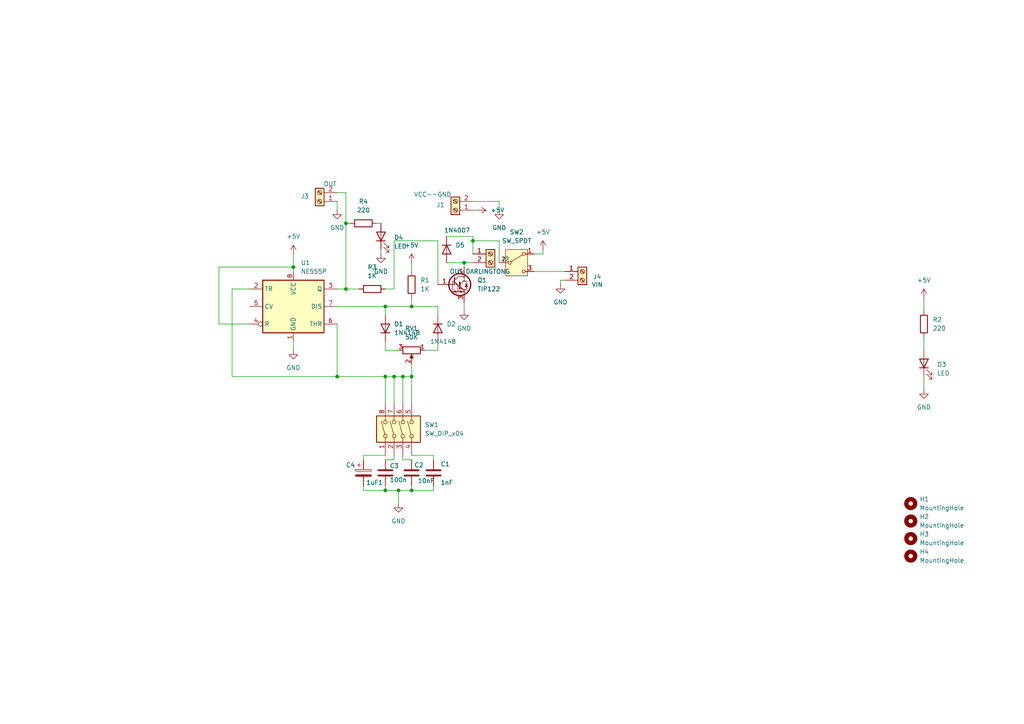
<source format=kicad_sch>
(kicad_sch
	(version 20250114)
	(generator "eeschema")
	(generator_version "9.0")
	(uuid "71ae49b2-a65e-4b73-aee8-58bc743e6b6b")
	(paper "A4")
	(title_block
		(title "555 PWM")
		(date "2025-11-04")
		(rev "2")
	)
	(lib_symbols
		(symbol "Connector:Screw_Terminal_01x02"
			(pin_names
				(offset 1.016)
				(hide yes)
			)
			(exclude_from_sim no)
			(in_bom yes)
			(on_board yes)
			(property "Reference" "J"
				(at 0 2.54 0)
				(effects
					(font
						(size 1.27 1.27)
					)
				)
			)
			(property "Value" "Screw_Terminal_01x02"
				(at 0 -5.08 0)
				(effects
					(font
						(size 1.27 1.27)
					)
				)
			)
			(property "Footprint" ""
				(at 0 0 0)
				(effects
					(font
						(size 1.27 1.27)
					)
					(hide yes)
				)
			)
			(property "Datasheet" "~"
				(at 0 0 0)
				(effects
					(font
						(size 1.27 1.27)
					)
					(hide yes)
				)
			)
			(property "Description" "Generic screw terminal, single row, 01x02, script generated (kicad-library-utils/schlib/autogen/connector/)"
				(at 0 0 0)
				(effects
					(font
						(size 1.27 1.27)
					)
					(hide yes)
				)
			)
			(property "ki_keywords" "screw terminal"
				(at 0 0 0)
				(effects
					(font
						(size 1.27 1.27)
					)
					(hide yes)
				)
			)
			(property "ki_fp_filters" "TerminalBlock*:*"
				(at 0 0 0)
				(effects
					(font
						(size 1.27 1.27)
					)
					(hide yes)
				)
			)
			(symbol "Screw_Terminal_01x02_1_1"
				(rectangle
					(start -1.27 1.27)
					(end 1.27 -3.81)
					(stroke
						(width 0.254)
						(type default)
					)
					(fill
						(type background)
					)
				)
				(polyline
					(pts
						(xy -0.5334 0.3302) (xy 0.3302 -0.508)
					)
					(stroke
						(width 0.1524)
						(type default)
					)
					(fill
						(type none)
					)
				)
				(polyline
					(pts
						(xy -0.5334 -2.2098) (xy 0.3302 -3.048)
					)
					(stroke
						(width 0.1524)
						(type default)
					)
					(fill
						(type none)
					)
				)
				(polyline
					(pts
						(xy -0.3556 0.508) (xy 0.508 -0.3302)
					)
					(stroke
						(width 0.1524)
						(type default)
					)
					(fill
						(type none)
					)
				)
				(polyline
					(pts
						(xy -0.3556 -2.032) (xy 0.508 -2.8702)
					)
					(stroke
						(width 0.1524)
						(type default)
					)
					(fill
						(type none)
					)
				)
				(circle
					(center 0 0)
					(radius 0.635)
					(stroke
						(width 0.1524)
						(type default)
					)
					(fill
						(type none)
					)
				)
				(circle
					(center 0 -2.54)
					(radius 0.635)
					(stroke
						(width 0.1524)
						(type default)
					)
					(fill
						(type none)
					)
				)
				(pin passive line
					(at -5.08 0 0)
					(length 3.81)
					(name "Pin_1"
						(effects
							(font
								(size 1.27 1.27)
							)
						)
					)
					(number "1"
						(effects
							(font
								(size 1.27 1.27)
							)
						)
					)
				)
				(pin passive line
					(at -5.08 -2.54 0)
					(length 3.81)
					(name "Pin_2"
						(effects
							(font
								(size 1.27 1.27)
							)
						)
					)
					(number "2"
						(effects
							(font
								(size 1.27 1.27)
							)
						)
					)
				)
			)
			(embedded_fonts no)
		)
		(symbol "Device:C"
			(pin_numbers
				(hide yes)
			)
			(pin_names
				(offset 0.254)
			)
			(exclude_from_sim no)
			(in_bom yes)
			(on_board yes)
			(property "Reference" "C"
				(at 0.635 2.54 0)
				(effects
					(font
						(size 1.27 1.27)
					)
					(justify left)
				)
			)
			(property "Value" "C"
				(at 0.635 -2.54 0)
				(effects
					(font
						(size 1.27 1.27)
					)
					(justify left)
				)
			)
			(property "Footprint" ""
				(at 0.9652 -3.81 0)
				(effects
					(font
						(size 1.27 1.27)
					)
					(hide yes)
				)
			)
			(property "Datasheet" "~"
				(at 0 0 0)
				(effects
					(font
						(size 1.27 1.27)
					)
					(hide yes)
				)
			)
			(property "Description" "Unpolarized capacitor"
				(at 0 0 0)
				(effects
					(font
						(size 1.27 1.27)
					)
					(hide yes)
				)
			)
			(property "ki_keywords" "cap capacitor"
				(at 0 0 0)
				(effects
					(font
						(size 1.27 1.27)
					)
					(hide yes)
				)
			)
			(property "ki_fp_filters" "C_*"
				(at 0 0 0)
				(effects
					(font
						(size 1.27 1.27)
					)
					(hide yes)
				)
			)
			(symbol "C_0_1"
				(polyline
					(pts
						(xy -2.032 0.762) (xy 2.032 0.762)
					)
					(stroke
						(width 0.508)
						(type default)
					)
					(fill
						(type none)
					)
				)
				(polyline
					(pts
						(xy -2.032 -0.762) (xy 2.032 -0.762)
					)
					(stroke
						(width 0.508)
						(type default)
					)
					(fill
						(type none)
					)
				)
			)
			(symbol "C_1_1"
				(pin passive line
					(at 0 3.81 270)
					(length 2.794)
					(name "~"
						(effects
							(font
								(size 1.27 1.27)
							)
						)
					)
					(number "1"
						(effects
							(font
								(size 1.27 1.27)
							)
						)
					)
				)
				(pin passive line
					(at 0 -3.81 90)
					(length 2.794)
					(name "~"
						(effects
							(font
								(size 1.27 1.27)
							)
						)
					)
					(number "2"
						(effects
							(font
								(size 1.27 1.27)
							)
						)
					)
				)
			)
			(embedded_fonts no)
		)
		(symbol "Device:C_Polarized"
			(pin_numbers
				(hide yes)
			)
			(pin_names
				(offset 0.254)
			)
			(exclude_from_sim no)
			(in_bom yes)
			(on_board yes)
			(property "Reference" "C"
				(at 0.635 2.54 0)
				(effects
					(font
						(size 1.27 1.27)
					)
					(justify left)
				)
			)
			(property "Value" "C_Polarized"
				(at 0.635 -2.54 0)
				(effects
					(font
						(size 1.27 1.27)
					)
					(justify left)
				)
			)
			(property "Footprint" ""
				(at 0.9652 -3.81 0)
				(effects
					(font
						(size 1.27 1.27)
					)
					(hide yes)
				)
			)
			(property "Datasheet" "~"
				(at 0 0 0)
				(effects
					(font
						(size 1.27 1.27)
					)
					(hide yes)
				)
			)
			(property "Description" "Polarized capacitor"
				(at 0 0 0)
				(effects
					(font
						(size 1.27 1.27)
					)
					(hide yes)
				)
			)
			(property "ki_keywords" "cap capacitor"
				(at 0 0 0)
				(effects
					(font
						(size 1.27 1.27)
					)
					(hide yes)
				)
			)
			(property "ki_fp_filters" "CP_*"
				(at 0 0 0)
				(effects
					(font
						(size 1.27 1.27)
					)
					(hide yes)
				)
			)
			(symbol "C_Polarized_0_1"
				(rectangle
					(start -2.286 0.508)
					(end 2.286 1.016)
					(stroke
						(width 0)
						(type default)
					)
					(fill
						(type none)
					)
				)
				(polyline
					(pts
						(xy -1.778 2.286) (xy -0.762 2.286)
					)
					(stroke
						(width 0)
						(type default)
					)
					(fill
						(type none)
					)
				)
				(polyline
					(pts
						(xy -1.27 2.794) (xy -1.27 1.778)
					)
					(stroke
						(width 0)
						(type default)
					)
					(fill
						(type none)
					)
				)
				(rectangle
					(start 2.286 -0.508)
					(end -2.286 -1.016)
					(stroke
						(width 0)
						(type default)
					)
					(fill
						(type outline)
					)
				)
			)
			(symbol "C_Polarized_1_1"
				(pin passive line
					(at 0 3.81 270)
					(length 2.794)
					(name "~"
						(effects
							(font
								(size 1.27 1.27)
							)
						)
					)
					(number "1"
						(effects
							(font
								(size 1.27 1.27)
							)
						)
					)
				)
				(pin passive line
					(at 0 -3.81 90)
					(length 2.794)
					(name "~"
						(effects
							(font
								(size 1.27 1.27)
							)
						)
					)
					(number "2"
						(effects
							(font
								(size 1.27 1.27)
							)
						)
					)
				)
			)
			(embedded_fonts no)
		)
		(symbol "Device:LED"
			(pin_numbers
				(hide yes)
			)
			(pin_names
				(offset 1.016)
				(hide yes)
			)
			(exclude_from_sim no)
			(in_bom yes)
			(on_board yes)
			(property "Reference" "D"
				(at 0 2.54 0)
				(effects
					(font
						(size 1.27 1.27)
					)
				)
			)
			(property "Value" "LED"
				(at 0 -2.54 0)
				(effects
					(font
						(size 1.27 1.27)
					)
				)
			)
			(property "Footprint" ""
				(at 0 0 0)
				(effects
					(font
						(size 1.27 1.27)
					)
					(hide yes)
				)
			)
			(property "Datasheet" "~"
				(at 0 0 0)
				(effects
					(font
						(size 1.27 1.27)
					)
					(hide yes)
				)
			)
			(property "Description" "Light emitting diode"
				(at 0 0 0)
				(effects
					(font
						(size 1.27 1.27)
					)
					(hide yes)
				)
			)
			(property "Sim.Pins" "1=K 2=A"
				(at 0 0 0)
				(effects
					(font
						(size 1.27 1.27)
					)
					(hide yes)
				)
			)
			(property "ki_keywords" "LED diode"
				(at 0 0 0)
				(effects
					(font
						(size 1.27 1.27)
					)
					(hide yes)
				)
			)
			(property "ki_fp_filters" "LED* LED_SMD:* LED_THT:*"
				(at 0 0 0)
				(effects
					(font
						(size 1.27 1.27)
					)
					(hide yes)
				)
			)
			(symbol "LED_0_1"
				(polyline
					(pts
						(xy -3.048 -0.762) (xy -4.572 -2.286) (xy -3.81 -2.286) (xy -4.572 -2.286) (xy -4.572 -1.524)
					)
					(stroke
						(width 0)
						(type default)
					)
					(fill
						(type none)
					)
				)
				(polyline
					(pts
						(xy -1.778 -0.762) (xy -3.302 -2.286) (xy -2.54 -2.286) (xy -3.302 -2.286) (xy -3.302 -1.524)
					)
					(stroke
						(width 0)
						(type default)
					)
					(fill
						(type none)
					)
				)
				(polyline
					(pts
						(xy -1.27 0) (xy 1.27 0)
					)
					(stroke
						(width 0)
						(type default)
					)
					(fill
						(type none)
					)
				)
				(polyline
					(pts
						(xy -1.27 -1.27) (xy -1.27 1.27)
					)
					(stroke
						(width 0.254)
						(type default)
					)
					(fill
						(type none)
					)
				)
				(polyline
					(pts
						(xy 1.27 -1.27) (xy 1.27 1.27) (xy -1.27 0) (xy 1.27 -1.27)
					)
					(stroke
						(width 0.254)
						(type default)
					)
					(fill
						(type none)
					)
				)
			)
			(symbol "LED_1_1"
				(pin passive line
					(at -3.81 0 0)
					(length 2.54)
					(name "K"
						(effects
							(font
								(size 1.27 1.27)
							)
						)
					)
					(number "1"
						(effects
							(font
								(size 1.27 1.27)
							)
						)
					)
				)
				(pin passive line
					(at 3.81 0 180)
					(length 2.54)
					(name "A"
						(effects
							(font
								(size 1.27 1.27)
							)
						)
					)
					(number "2"
						(effects
							(font
								(size 1.27 1.27)
							)
						)
					)
				)
			)
			(embedded_fonts no)
		)
		(symbol "Device:R"
			(pin_numbers
				(hide yes)
			)
			(pin_names
				(offset 0)
			)
			(exclude_from_sim no)
			(in_bom yes)
			(on_board yes)
			(property "Reference" "R"
				(at 2.032 0 90)
				(effects
					(font
						(size 1.27 1.27)
					)
				)
			)
			(property "Value" "R"
				(at 0 0 90)
				(effects
					(font
						(size 1.27 1.27)
					)
				)
			)
			(property "Footprint" ""
				(at -1.778 0 90)
				(effects
					(font
						(size 1.27 1.27)
					)
					(hide yes)
				)
			)
			(property "Datasheet" "~"
				(at 0 0 0)
				(effects
					(font
						(size 1.27 1.27)
					)
					(hide yes)
				)
			)
			(property "Description" "Resistor"
				(at 0 0 0)
				(effects
					(font
						(size 1.27 1.27)
					)
					(hide yes)
				)
			)
			(property "ki_keywords" "R res resistor"
				(at 0 0 0)
				(effects
					(font
						(size 1.27 1.27)
					)
					(hide yes)
				)
			)
			(property "ki_fp_filters" "R_*"
				(at 0 0 0)
				(effects
					(font
						(size 1.27 1.27)
					)
					(hide yes)
				)
			)
			(symbol "R_0_1"
				(rectangle
					(start -1.016 -2.54)
					(end 1.016 2.54)
					(stroke
						(width 0.254)
						(type default)
					)
					(fill
						(type none)
					)
				)
			)
			(symbol "R_1_1"
				(pin passive line
					(at 0 3.81 270)
					(length 1.27)
					(name "~"
						(effects
							(font
								(size 1.27 1.27)
							)
						)
					)
					(number "1"
						(effects
							(font
								(size 1.27 1.27)
							)
						)
					)
				)
				(pin passive line
					(at 0 -3.81 90)
					(length 1.27)
					(name "~"
						(effects
							(font
								(size 1.27 1.27)
							)
						)
					)
					(number "2"
						(effects
							(font
								(size 1.27 1.27)
							)
						)
					)
				)
			)
			(embedded_fonts no)
		)
		(symbol "Device:R_Potentiometer"
			(pin_names
				(offset 1.016)
				(hide yes)
			)
			(exclude_from_sim no)
			(in_bom yes)
			(on_board yes)
			(property "Reference" "RV"
				(at -4.445 0 90)
				(effects
					(font
						(size 1.27 1.27)
					)
				)
			)
			(property "Value" "R_Potentiometer"
				(at -2.54 0 90)
				(effects
					(font
						(size 1.27 1.27)
					)
				)
			)
			(property "Footprint" ""
				(at 0 0 0)
				(effects
					(font
						(size 1.27 1.27)
					)
					(hide yes)
				)
			)
			(property "Datasheet" "~"
				(at 0 0 0)
				(effects
					(font
						(size 1.27 1.27)
					)
					(hide yes)
				)
			)
			(property "Description" "Potentiometer"
				(at 0 0 0)
				(effects
					(font
						(size 1.27 1.27)
					)
					(hide yes)
				)
			)
			(property "ki_keywords" "resistor variable"
				(at 0 0 0)
				(effects
					(font
						(size 1.27 1.27)
					)
					(hide yes)
				)
			)
			(property "ki_fp_filters" "Potentiometer*"
				(at 0 0 0)
				(effects
					(font
						(size 1.27 1.27)
					)
					(hide yes)
				)
			)
			(symbol "R_Potentiometer_0_1"
				(rectangle
					(start 1.016 2.54)
					(end -1.016 -2.54)
					(stroke
						(width 0.254)
						(type default)
					)
					(fill
						(type none)
					)
				)
				(polyline
					(pts
						(xy 1.143 0) (xy 2.286 0.508) (xy 2.286 -0.508) (xy 1.143 0)
					)
					(stroke
						(width 0)
						(type default)
					)
					(fill
						(type outline)
					)
				)
				(polyline
					(pts
						(xy 2.54 0) (xy 1.524 0)
					)
					(stroke
						(width 0)
						(type default)
					)
					(fill
						(type none)
					)
				)
			)
			(symbol "R_Potentiometer_1_1"
				(pin passive line
					(at 0 3.81 270)
					(length 1.27)
					(name "1"
						(effects
							(font
								(size 1.27 1.27)
							)
						)
					)
					(number "1"
						(effects
							(font
								(size 1.27 1.27)
							)
						)
					)
				)
				(pin passive line
					(at 0 -3.81 90)
					(length 1.27)
					(name "3"
						(effects
							(font
								(size 1.27 1.27)
							)
						)
					)
					(number "3"
						(effects
							(font
								(size 1.27 1.27)
							)
						)
					)
				)
				(pin passive line
					(at 3.81 0 180)
					(length 1.27)
					(name "2"
						(effects
							(font
								(size 1.27 1.27)
							)
						)
					)
					(number "2"
						(effects
							(font
								(size 1.27 1.27)
							)
						)
					)
				)
			)
			(embedded_fonts no)
		)
		(symbol "Diode:1N4007"
			(pin_numbers
				(hide yes)
			)
			(pin_names
				(hide yes)
			)
			(exclude_from_sim no)
			(in_bom yes)
			(on_board yes)
			(property "Reference" "D"
				(at 0 2.54 0)
				(effects
					(font
						(size 1.27 1.27)
					)
				)
			)
			(property "Value" "1N4007"
				(at 0 -2.54 0)
				(effects
					(font
						(size 1.27 1.27)
					)
				)
			)
			(property "Footprint" "Diode_THT:D_DO-41_SOD81_P10.16mm_Horizontal"
				(at 0 -4.445 0)
				(effects
					(font
						(size 1.27 1.27)
					)
					(hide yes)
				)
			)
			(property "Datasheet" "http://www.vishay.com/docs/88503/1n4001.pdf"
				(at 0 0 0)
				(effects
					(font
						(size 1.27 1.27)
					)
					(hide yes)
				)
			)
			(property "Description" "1000V 1A General Purpose Rectifier Diode, DO-41"
				(at 0 0 0)
				(effects
					(font
						(size 1.27 1.27)
					)
					(hide yes)
				)
			)
			(property "Sim.Device" "D"
				(at 0 0 0)
				(effects
					(font
						(size 1.27 1.27)
					)
					(hide yes)
				)
			)
			(property "Sim.Pins" "1=K 2=A"
				(at 0 0 0)
				(effects
					(font
						(size 1.27 1.27)
					)
					(hide yes)
				)
			)
			(property "ki_keywords" "diode"
				(at 0 0 0)
				(effects
					(font
						(size 1.27 1.27)
					)
					(hide yes)
				)
			)
			(property "ki_fp_filters" "D*DO?41*"
				(at 0 0 0)
				(effects
					(font
						(size 1.27 1.27)
					)
					(hide yes)
				)
			)
			(symbol "1N4007_0_1"
				(polyline
					(pts
						(xy -1.27 1.27) (xy -1.27 -1.27)
					)
					(stroke
						(width 0.254)
						(type default)
					)
					(fill
						(type none)
					)
				)
				(polyline
					(pts
						(xy 1.27 1.27) (xy 1.27 -1.27) (xy -1.27 0) (xy 1.27 1.27)
					)
					(stroke
						(width 0.254)
						(type default)
					)
					(fill
						(type none)
					)
				)
				(polyline
					(pts
						(xy 1.27 0) (xy -1.27 0)
					)
					(stroke
						(width 0)
						(type default)
					)
					(fill
						(type none)
					)
				)
			)
			(symbol "1N4007_1_1"
				(pin passive line
					(at -3.81 0 0)
					(length 2.54)
					(name "K"
						(effects
							(font
								(size 1.27 1.27)
							)
						)
					)
					(number "1"
						(effects
							(font
								(size 1.27 1.27)
							)
						)
					)
				)
				(pin passive line
					(at 3.81 0 180)
					(length 2.54)
					(name "A"
						(effects
							(font
								(size 1.27 1.27)
							)
						)
					)
					(number "2"
						(effects
							(font
								(size 1.27 1.27)
							)
						)
					)
				)
			)
			(embedded_fonts no)
		)
		(symbol "Diode:1N4148"
			(pin_numbers
				(hide yes)
			)
			(pin_names
				(hide yes)
			)
			(exclude_from_sim no)
			(in_bom yes)
			(on_board yes)
			(property "Reference" "D"
				(at 0 2.54 0)
				(effects
					(font
						(size 1.27 1.27)
					)
				)
			)
			(property "Value" "1N4148"
				(at 0 -2.54 0)
				(effects
					(font
						(size 1.27 1.27)
					)
				)
			)
			(property "Footprint" "Diode_THT:D_DO-35_SOD27_P7.62mm_Horizontal"
				(at 0 0 0)
				(effects
					(font
						(size 1.27 1.27)
					)
					(hide yes)
				)
			)
			(property "Datasheet" "https://assets.nexperia.com/documents/data-sheet/1N4148_1N4448.pdf"
				(at 0 0 0)
				(effects
					(font
						(size 1.27 1.27)
					)
					(hide yes)
				)
			)
			(property "Description" "100V 0.15A standard switching diode, DO-35"
				(at 0 0 0)
				(effects
					(font
						(size 1.27 1.27)
					)
					(hide yes)
				)
			)
			(property "Sim.Device" "D"
				(at 0 0 0)
				(effects
					(font
						(size 1.27 1.27)
					)
					(hide yes)
				)
			)
			(property "Sim.Pins" "1=K 2=A"
				(at 0 0 0)
				(effects
					(font
						(size 1.27 1.27)
					)
					(hide yes)
				)
			)
			(property "ki_keywords" "diode"
				(at 0 0 0)
				(effects
					(font
						(size 1.27 1.27)
					)
					(hide yes)
				)
			)
			(property "ki_fp_filters" "D*DO?35*"
				(at 0 0 0)
				(effects
					(font
						(size 1.27 1.27)
					)
					(hide yes)
				)
			)
			(symbol "1N4148_0_1"
				(polyline
					(pts
						(xy -1.27 1.27) (xy -1.27 -1.27)
					)
					(stroke
						(width 0.254)
						(type default)
					)
					(fill
						(type none)
					)
				)
				(polyline
					(pts
						(xy 1.27 1.27) (xy 1.27 -1.27) (xy -1.27 0) (xy 1.27 1.27)
					)
					(stroke
						(width 0.254)
						(type default)
					)
					(fill
						(type none)
					)
				)
				(polyline
					(pts
						(xy 1.27 0) (xy -1.27 0)
					)
					(stroke
						(width 0)
						(type default)
					)
					(fill
						(type none)
					)
				)
			)
			(symbol "1N4148_1_1"
				(pin passive line
					(at -3.81 0 0)
					(length 2.54)
					(name "K"
						(effects
							(font
								(size 1.27 1.27)
							)
						)
					)
					(number "1"
						(effects
							(font
								(size 1.27 1.27)
							)
						)
					)
				)
				(pin passive line
					(at 3.81 0 180)
					(length 2.54)
					(name "A"
						(effects
							(font
								(size 1.27 1.27)
							)
						)
					)
					(number "2"
						(effects
							(font
								(size 1.27 1.27)
							)
						)
					)
				)
			)
			(embedded_fonts no)
		)
		(symbol "Mechanical:MountingHole"
			(pin_names
				(offset 1.016)
			)
			(exclude_from_sim no)
			(in_bom no)
			(on_board yes)
			(property "Reference" "H"
				(at 0 5.08 0)
				(effects
					(font
						(size 1.27 1.27)
					)
				)
			)
			(property "Value" "MountingHole"
				(at 0 3.175 0)
				(effects
					(font
						(size 1.27 1.27)
					)
				)
			)
			(property "Footprint" ""
				(at 0 0 0)
				(effects
					(font
						(size 1.27 1.27)
					)
					(hide yes)
				)
			)
			(property "Datasheet" "~"
				(at 0 0 0)
				(effects
					(font
						(size 1.27 1.27)
					)
					(hide yes)
				)
			)
			(property "Description" "Mounting Hole without connection"
				(at 0 0 0)
				(effects
					(font
						(size 1.27 1.27)
					)
					(hide yes)
				)
			)
			(property "ki_keywords" "mounting hole"
				(at 0 0 0)
				(effects
					(font
						(size 1.27 1.27)
					)
					(hide yes)
				)
			)
			(property "ki_fp_filters" "MountingHole*"
				(at 0 0 0)
				(effects
					(font
						(size 1.27 1.27)
					)
					(hide yes)
				)
			)
			(symbol "MountingHole_0_1"
				(circle
					(center 0 0)
					(radius 1.27)
					(stroke
						(width 1.27)
						(type default)
					)
					(fill
						(type none)
					)
				)
			)
			(embedded_fonts no)
		)
		(symbol "Switch:SW_DIP_x04"
			(pin_names
				(offset 0)
				(hide yes)
			)
			(exclude_from_sim no)
			(in_bom yes)
			(on_board yes)
			(property "Reference" "SW"
				(at 0 8.89 0)
				(effects
					(font
						(size 1.27 1.27)
					)
				)
			)
			(property "Value" "SW_DIP_x04"
				(at 0 -6.35 0)
				(effects
					(font
						(size 1.27 1.27)
					)
				)
			)
			(property "Footprint" ""
				(at 0 0 0)
				(effects
					(font
						(size 1.27 1.27)
					)
					(hide yes)
				)
			)
			(property "Datasheet" "~"
				(at 0 0 0)
				(effects
					(font
						(size 1.27 1.27)
					)
					(hide yes)
				)
			)
			(property "Description" "4x DIP Switch, Single Pole Single Throw (SPST) switch, small symbol"
				(at 0 0 0)
				(effects
					(font
						(size 1.27 1.27)
					)
					(hide yes)
				)
			)
			(property "ki_keywords" "dip switch"
				(at 0 0 0)
				(effects
					(font
						(size 1.27 1.27)
					)
					(hide yes)
				)
			)
			(property "ki_fp_filters" "SW?DIP?x4*"
				(at 0 0 0)
				(effects
					(font
						(size 1.27 1.27)
					)
					(hide yes)
				)
			)
			(symbol "SW_DIP_x04_0_0"
				(circle
					(center -2.032 5.08)
					(radius 0.508)
					(stroke
						(width 0)
						(type default)
					)
					(fill
						(type none)
					)
				)
				(circle
					(center -2.032 2.54)
					(radius 0.508)
					(stroke
						(width 0)
						(type default)
					)
					(fill
						(type none)
					)
				)
				(circle
					(center -2.032 0)
					(radius 0.508)
					(stroke
						(width 0)
						(type default)
					)
					(fill
						(type none)
					)
				)
				(circle
					(center -2.032 -2.54)
					(radius 0.508)
					(stroke
						(width 0)
						(type default)
					)
					(fill
						(type none)
					)
				)
				(polyline
					(pts
						(xy -1.524 5.207) (xy 2.3622 6.2484)
					)
					(stroke
						(width 0)
						(type default)
					)
					(fill
						(type none)
					)
				)
				(polyline
					(pts
						(xy -1.524 2.667) (xy 2.3622 3.7084)
					)
					(stroke
						(width 0)
						(type default)
					)
					(fill
						(type none)
					)
				)
				(polyline
					(pts
						(xy -1.524 0.127) (xy 2.3622 1.1684)
					)
					(stroke
						(width 0)
						(type default)
					)
					(fill
						(type none)
					)
				)
				(polyline
					(pts
						(xy -1.524 -2.3876) (xy 2.3622 -1.3462)
					)
					(stroke
						(width 0)
						(type default)
					)
					(fill
						(type none)
					)
				)
				(circle
					(center 2.032 5.08)
					(radius 0.508)
					(stroke
						(width 0)
						(type default)
					)
					(fill
						(type none)
					)
				)
				(circle
					(center 2.032 2.54)
					(radius 0.508)
					(stroke
						(width 0)
						(type default)
					)
					(fill
						(type none)
					)
				)
				(circle
					(center 2.032 0)
					(radius 0.508)
					(stroke
						(width 0)
						(type default)
					)
					(fill
						(type none)
					)
				)
				(circle
					(center 2.032 -2.54)
					(radius 0.508)
					(stroke
						(width 0)
						(type default)
					)
					(fill
						(type none)
					)
				)
			)
			(symbol "SW_DIP_x04_0_1"
				(rectangle
					(start -3.81 7.62)
					(end 3.81 -5.08)
					(stroke
						(width 0.254)
						(type default)
					)
					(fill
						(type background)
					)
				)
			)
			(symbol "SW_DIP_x04_1_1"
				(pin passive line
					(at -7.62 5.08 0)
					(length 5.08)
					(name "~"
						(effects
							(font
								(size 1.27 1.27)
							)
						)
					)
					(number "1"
						(effects
							(font
								(size 1.27 1.27)
							)
						)
					)
				)
				(pin passive line
					(at -7.62 2.54 0)
					(length 5.08)
					(name "~"
						(effects
							(font
								(size 1.27 1.27)
							)
						)
					)
					(number "2"
						(effects
							(font
								(size 1.27 1.27)
							)
						)
					)
				)
				(pin passive line
					(at -7.62 0 0)
					(length 5.08)
					(name "~"
						(effects
							(font
								(size 1.27 1.27)
							)
						)
					)
					(number "3"
						(effects
							(font
								(size 1.27 1.27)
							)
						)
					)
				)
				(pin passive line
					(at -7.62 -2.54 0)
					(length 5.08)
					(name "~"
						(effects
							(font
								(size 1.27 1.27)
							)
						)
					)
					(number "4"
						(effects
							(font
								(size 1.27 1.27)
							)
						)
					)
				)
				(pin passive line
					(at 7.62 5.08 180)
					(length 5.08)
					(name "~"
						(effects
							(font
								(size 1.27 1.27)
							)
						)
					)
					(number "8"
						(effects
							(font
								(size 1.27 1.27)
							)
						)
					)
				)
				(pin passive line
					(at 7.62 2.54 180)
					(length 5.08)
					(name "~"
						(effects
							(font
								(size 1.27 1.27)
							)
						)
					)
					(number "7"
						(effects
							(font
								(size 1.27 1.27)
							)
						)
					)
				)
				(pin passive line
					(at 7.62 0 180)
					(length 5.08)
					(name "~"
						(effects
							(font
								(size 1.27 1.27)
							)
						)
					)
					(number "6"
						(effects
							(font
								(size 1.27 1.27)
							)
						)
					)
				)
				(pin passive line
					(at 7.62 -2.54 180)
					(length 5.08)
					(name "~"
						(effects
							(font
								(size 1.27 1.27)
							)
						)
					)
					(number "5"
						(effects
							(font
								(size 1.27 1.27)
							)
						)
					)
				)
			)
			(embedded_fonts no)
		)
		(symbol "Switch:SW_SPDT"
			(pin_names
				(offset 0)
				(hide yes)
			)
			(exclude_from_sim no)
			(in_bom yes)
			(on_board yes)
			(property "Reference" "SW"
				(at 0 5.08 0)
				(effects
					(font
						(size 1.27 1.27)
					)
				)
			)
			(property "Value" "SW_SPDT"
				(at 0 -5.08 0)
				(effects
					(font
						(size 1.27 1.27)
					)
				)
			)
			(property "Footprint" ""
				(at 0 0 0)
				(effects
					(font
						(size 1.27 1.27)
					)
					(hide yes)
				)
			)
			(property "Datasheet" "~"
				(at 0 -7.62 0)
				(effects
					(font
						(size 1.27 1.27)
					)
					(hide yes)
				)
			)
			(property "Description" "Switch, single pole double throw"
				(at 0 0 0)
				(effects
					(font
						(size 1.27 1.27)
					)
					(hide yes)
				)
			)
			(property "ki_keywords" "switch single-pole double-throw spdt ON-ON"
				(at 0 0 0)
				(effects
					(font
						(size 1.27 1.27)
					)
					(hide yes)
				)
			)
			(symbol "SW_SPDT_0_1"
				(circle
					(center -2.032 0)
					(radius 0.4572)
					(stroke
						(width 0)
						(type default)
					)
					(fill
						(type none)
					)
				)
				(polyline
					(pts
						(xy -1.651 0.254) (xy 1.651 2.286)
					)
					(stroke
						(width 0)
						(type default)
					)
					(fill
						(type none)
					)
				)
				(circle
					(center 2.032 2.54)
					(radius 0.4572)
					(stroke
						(width 0)
						(type default)
					)
					(fill
						(type none)
					)
				)
				(circle
					(center 2.032 -2.54)
					(radius 0.4572)
					(stroke
						(width 0)
						(type default)
					)
					(fill
						(type none)
					)
				)
			)
			(symbol "SW_SPDT_1_1"
				(rectangle
					(start -3.175 3.81)
					(end 3.175 -3.81)
					(stroke
						(width 0)
						(type default)
					)
					(fill
						(type background)
					)
				)
				(pin passive line
					(at -5.08 0 0)
					(length 2.54)
					(name "B"
						(effects
							(font
								(size 1.27 1.27)
							)
						)
					)
					(number "2"
						(effects
							(font
								(size 1.27 1.27)
							)
						)
					)
				)
				(pin passive line
					(at 5.08 2.54 180)
					(length 2.54)
					(name "A"
						(effects
							(font
								(size 1.27 1.27)
							)
						)
					)
					(number "1"
						(effects
							(font
								(size 1.27 1.27)
							)
						)
					)
				)
				(pin passive line
					(at 5.08 -2.54 180)
					(length 2.54)
					(name "C"
						(effects
							(font
								(size 1.27 1.27)
							)
						)
					)
					(number "3"
						(effects
							(font
								(size 1.27 1.27)
							)
						)
					)
				)
			)
			(embedded_fonts no)
		)
		(symbol "Timer:NE555P"
			(exclude_from_sim no)
			(in_bom yes)
			(on_board yes)
			(property "Reference" "U"
				(at -10.16 8.89 0)
				(effects
					(font
						(size 1.27 1.27)
					)
					(justify left)
				)
			)
			(property "Value" "NE555P"
				(at 2.54 8.89 0)
				(effects
					(font
						(size 1.27 1.27)
					)
					(justify left)
				)
			)
			(property "Footprint" "Package_DIP:DIP-8_W7.62mm"
				(at 16.51 -10.16 0)
				(effects
					(font
						(size 1.27 1.27)
					)
					(hide yes)
				)
			)
			(property "Datasheet" "http://www.ti.com/lit/ds/symlink/ne555.pdf"
				(at 21.59 -10.16 0)
				(effects
					(font
						(size 1.27 1.27)
					)
					(hide yes)
				)
			)
			(property "Description" "Precision Timers, 555 compatible,  PDIP-8"
				(at 0 0 0)
				(effects
					(font
						(size 1.27 1.27)
					)
					(hide yes)
				)
			)
			(property "ki_keywords" "single timer 555"
				(at 0 0 0)
				(effects
					(font
						(size 1.27 1.27)
					)
					(hide yes)
				)
			)
			(property "ki_fp_filters" "DIP*W7.62mm*"
				(at 0 0 0)
				(effects
					(font
						(size 1.27 1.27)
					)
					(hide yes)
				)
			)
			(symbol "NE555P_0_0"
				(pin power_in line
					(at 0 10.16 270)
					(length 2.54)
					(name "VCC"
						(effects
							(font
								(size 1.27 1.27)
							)
						)
					)
					(number "8"
						(effects
							(font
								(size 1.27 1.27)
							)
						)
					)
				)
				(pin power_in line
					(at 0 -10.16 90)
					(length 2.54)
					(name "GND"
						(effects
							(font
								(size 1.27 1.27)
							)
						)
					)
					(number "1"
						(effects
							(font
								(size 1.27 1.27)
							)
						)
					)
				)
			)
			(symbol "NE555P_0_1"
				(rectangle
					(start -8.89 -7.62)
					(end 8.89 7.62)
					(stroke
						(width 0.254)
						(type default)
					)
					(fill
						(type background)
					)
				)
				(rectangle
					(start -8.89 -7.62)
					(end 8.89 7.62)
					(stroke
						(width 0.254)
						(type default)
					)
					(fill
						(type background)
					)
				)
			)
			(symbol "NE555P_1_1"
				(pin input line
					(at -12.7 5.08 0)
					(length 3.81)
					(name "TR"
						(effects
							(font
								(size 1.27 1.27)
							)
						)
					)
					(number "2"
						(effects
							(font
								(size 1.27 1.27)
							)
						)
					)
				)
				(pin input line
					(at -12.7 0 0)
					(length 3.81)
					(name "CV"
						(effects
							(font
								(size 1.27 1.27)
							)
						)
					)
					(number "5"
						(effects
							(font
								(size 1.27 1.27)
							)
						)
					)
				)
				(pin input inverted
					(at -12.7 -5.08 0)
					(length 3.81)
					(name "R"
						(effects
							(font
								(size 1.27 1.27)
							)
						)
					)
					(number "4"
						(effects
							(font
								(size 1.27 1.27)
							)
						)
					)
				)
				(pin output line
					(at 12.7 5.08 180)
					(length 3.81)
					(name "Q"
						(effects
							(font
								(size 1.27 1.27)
							)
						)
					)
					(number "3"
						(effects
							(font
								(size 1.27 1.27)
							)
						)
					)
				)
				(pin input line
					(at 12.7 0 180)
					(length 3.81)
					(name "DIS"
						(effects
							(font
								(size 1.27 1.27)
							)
						)
					)
					(number "7"
						(effects
							(font
								(size 1.27 1.27)
							)
						)
					)
				)
				(pin input line
					(at 12.7 -5.08 180)
					(length 3.81)
					(name "THR"
						(effects
							(font
								(size 1.27 1.27)
							)
						)
					)
					(number "6"
						(effects
							(font
								(size 1.27 1.27)
							)
						)
					)
				)
			)
			(embedded_fonts no)
		)
		(symbol "Transistor_BJT:TIP122"
			(pin_names
				(offset 0)
				(hide yes)
			)
			(exclude_from_sim no)
			(in_bom yes)
			(on_board yes)
			(property "Reference" "Q"
				(at 5.08 1.905 0)
				(effects
					(font
						(size 1.27 1.27)
					)
					(justify left)
				)
			)
			(property "Value" "TIP122"
				(at 5.08 0 0)
				(effects
					(font
						(size 1.27 1.27)
					)
					(justify left)
				)
			)
			(property "Footprint" "Package_TO_SOT_THT:TO-220-3_Vertical"
				(at 5.08 -1.905 0)
				(effects
					(font
						(size 1.27 1.27)
						(italic yes)
					)
					(justify left)
					(hide yes)
				)
			)
			(property "Datasheet" "https://www.onsemi.com/pub/Collateral/TIP120-D.PDF"
				(at 0 0 0)
				(effects
					(font
						(size 1.27 1.27)
					)
					(justify left)
					(hide yes)
				)
			)
			(property "Description" "5A Ic, 100V Vce, Silicon Darlington Power NPN Transistor, TO-220"
				(at 0 0 0)
				(effects
					(font
						(size 1.27 1.27)
					)
					(hide yes)
				)
			)
			(property "ki_keywords" "Darlington Power NPN Transistor"
				(at 0 0 0)
				(effects
					(font
						(size 1.27 1.27)
					)
					(hide yes)
				)
			)
			(property "ki_fp_filters" "TO?220*"
				(at 0 0 0)
				(effects
					(font
						(size 1.27 1.27)
					)
					(hide yes)
				)
			)
			(symbol "TIP122_0_1"
				(polyline
					(pts
						(xy -1.27 0) (xy -0.889 0)
					)
					(stroke
						(width 0)
						(type default)
					)
					(fill
						(type none)
					)
				)
				(circle
					(center -0.762 0)
					(radius 0.127)
					(stroke
						(width 0)
						(type default)
					)
					(fill
						(type none)
					)
				)
				(polyline
					(pts
						(xy -0.254 2.032) (xy -0.254 0) (xy -0.254 0)
					)
					(stroke
						(width 0.3048)
						(type default)
					)
					(fill
						(type none)
					)
				)
				(polyline
					(pts
						(xy -0.254 1.27) (xy 0.762 2.286) (xy 2.54 2.286)
					)
					(stroke
						(width 0)
						(type default)
					)
					(fill
						(type none)
					)
				)
				(polyline
					(pts
						(xy -0.254 1.016) (xy -0.762 1.016) (xy -0.762 -2.032)
					)
					(stroke
						(width 0)
						(type default)
					)
					(fill
						(type none)
					)
				)
				(polyline
					(pts
						(xy -0.254 0.762) (xy 0.762 -0.254) (xy 1.27 -0.254)
					)
					(stroke
						(width 0)
						(type default)
					)
					(fill
						(type none)
					)
				)
				(polyline
					(pts
						(xy 0.635 -0.127) (xy 0.381 0.381) (xy 0.127 0.127) (xy 0.635 -0.127)
					)
					(stroke
						(width 0)
						(type default)
					)
					(fill
						(type none)
					)
				)
				(polyline
					(pts
						(xy 0.762 -0.254) (xy 0.762 -2.032) (xy 1.143 -2.032) (xy 1.27 -1.778) (xy 1.397 -2.286) (xy 1.524 -1.778)
						(xy 1.651 -2.286) (xy 1.778 -1.778) (xy 1.905 -2.286) (xy 2.032 -2.032) (xy 2.54 -2.032)
					)
					(stroke
						(width 0)
						(type default)
					)
					(fill
						(type none)
					)
				)
				(circle
					(center 0.762 -0.254)
					(radius 0.127)
					(stroke
						(width 0)
						(type default)
					)
					(fill
						(type none)
					)
				)
				(polyline
					(pts
						(xy 0.762 -2.032) (xy 0.381 -2.032) (xy 0.254 -2.286) (xy 0.127 -1.778) (xy 0 -2.286) (xy -0.127 -1.778)
						(xy -0.254 -2.286) (xy -0.381 -1.778) (xy -0.508 -2.032) (xy -0.762 -2.032)
					)
					(stroke
						(width 0)
						(type default)
					)
					(fill
						(type none)
					)
				)
				(circle
					(center 0.762 -2.032)
					(radius 0.127)
					(stroke
						(width 0)
						(type default)
					)
					(fill
						(type none)
					)
				)
				(polyline
					(pts
						(xy 1.27 0.762) (xy 1.27 -1.27) (xy 1.27 -1.27)
					)
					(stroke
						(width 0.381)
						(type default)
					)
					(fill
						(type none)
					)
				)
				(polyline
					(pts
						(xy 1.27 0) (xy 2.286 1.016) (xy 2.54 1.016) (xy 2.54 2.286)
					)
					(stroke
						(width 0)
						(type default)
					)
					(fill
						(type none)
					)
				)
				(circle
					(center 1.27 0)
					(radius 3.175)
					(stroke
						(width 0.3556)
						(type default)
					)
					(fill
						(type none)
					)
				)
				(polyline
					(pts
						(xy 1.27 -0.508) (xy 2.286 -1.524) (xy 2.54 -1.524) (xy 2.54 -2.032)
					)
					(stroke
						(width 0)
						(type default)
					)
					(fill
						(type none)
					)
				)
				(polyline
					(pts
						(xy 2.159 -1.397) (xy 1.905 -0.889) (xy 1.651 -1.143) (xy 2.159 -1.397)
					)
					(stroke
						(width 0)
						(type default)
					)
					(fill
						(type none)
					)
				)
				(circle
					(center 2.54 2.286)
					(radius 0.127)
					(stroke
						(width 0)
						(type default)
					)
					(fill
						(type none)
					)
				)
				(circle
					(center 2.54 1.016)
					(radius 0.127)
					(stroke
						(width 0)
						(type default)
					)
					(fill
						(type none)
					)
				)
				(polyline
					(pts
						(xy 2.54 -1.524) (xy 3.175 -1.524)
					)
					(stroke
						(width 0)
						(type default)
					)
					(fill
						(type none)
					)
				)
				(circle
					(center 2.54 -1.524)
					(radius 0.127)
					(stroke
						(width 0)
						(type default)
					)
					(fill
						(type none)
					)
				)
				(polyline
					(pts
						(xy 2.54 -2.032) (xy 2.54 -2.54)
					)
					(stroke
						(width 0)
						(type default)
					)
					(fill
						(type none)
					)
				)
				(circle
					(center 2.54 -2.032)
					(radius 0.127)
					(stroke
						(width 0)
						(type default)
					)
					(fill
						(type none)
					)
				)
				(polyline
					(pts
						(xy 2.794 0.127) (xy 3.556 0.127)
					)
					(stroke
						(width 0)
						(type default)
					)
					(fill
						(type none)
					)
				)
				(polyline
					(pts
						(xy 3.175 1.016) (xy 2.54 1.016)
					)
					(stroke
						(width 0)
						(type default)
					)
					(fill
						(type none)
					)
				)
				(polyline
					(pts
						(xy 3.175 1.016) (xy 3.175 0.127)
					)
					(stroke
						(width 0)
						(type default)
					)
					(fill
						(type none)
					)
				)
				(polyline
					(pts
						(xy 3.175 0.127) (xy 2.794 -0.635) (xy 3.556 -0.635) (xy 3.175 0.127)
					)
					(stroke
						(width 0)
						(type default)
					)
					(fill
						(type outline)
					)
				)
				(polyline
					(pts
						(xy 3.175 -0.635) (xy 3.175 -1.524)
					)
					(stroke
						(width 0)
						(type default)
					)
					(fill
						(type none)
					)
				)
			)
			(symbol "TIP122_1_1"
				(pin input line
					(at -5.08 0 0)
					(length 3.81)
					(name "B"
						(effects
							(font
								(size 1.27 1.27)
							)
						)
					)
					(number "1"
						(effects
							(font
								(size 1.27 1.27)
							)
						)
					)
				)
				(pin passive line
					(at 2.54 5.08 270)
					(length 2.667)
					(name "C"
						(effects
							(font
								(size 1.27 1.27)
							)
						)
					)
					(number "2"
						(effects
							(font
								(size 1.27 1.27)
							)
						)
					)
				)
				(pin passive line
					(at 2.54 -5.08 90)
					(length 2.54)
					(name "E"
						(effects
							(font
								(size 1.27 1.27)
							)
						)
					)
					(number "3"
						(effects
							(font
								(size 1.27 1.27)
							)
						)
					)
				)
			)
			(embedded_fonts no)
		)
		(symbol "power:+5V"
			(power)
			(pin_numbers
				(hide yes)
			)
			(pin_names
				(offset 0)
				(hide yes)
			)
			(exclude_from_sim no)
			(in_bom yes)
			(on_board yes)
			(property "Reference" "#PWR"
				(at 0 -3.81 0)
				(effects
					(font
						(size 1.27 1.27)
					)
					(hide yes)
				)
			)
			(property "Value" "+5V"
				(at 0 3.556 0)
				(effects
					(font
						(size 1.27 1.27)
					)
				)
			)
			(property "Footprint" ""
				(at 0 0 0)
				(effects
					(font
						(size 1.27 1.27)
					)
					(hide yes)
				)
			)
			(property "Datasheet" ""
				(at 0 0 0)
				(effects
					(font
						(size 1.27 1.27)
					)
					(hide yes)
				)
			)
			(property "Description" "Power symbol creates a global label with name \"+5V\""
				(at 0 0 0)
				(effects
					(font
						(size 1.27 1.27)
					)
					(hide yes)
				)
			)
			(property "ki_keywords" "global power"
				(at 0 0 0)
				(effects
					(font
						(size 1.27 1.27)
					)
					(hide yes)
				)
			)
			(symbol "+5V_0_1"
				(polyline
					(pts
						(xy -0.762 1.27) (xy 0 2.54)
					)
					(stroke
						(width 0)
						(type default)
					)
					(fill
						(type none)
					)
				)
				(polyline
					(pts
						(xy 0 2.54) (xy 0.762 1.27)
					)
					(stroke
						(width 0)
						(type default)
					)
					(fill
						(type none)
					)
				)
				(polyline
					(pts
						(xy 0 0) (xy 0 2.54)
					)
					(stroke
						(width 0)
						(type default)
					)
					(fill
						(type none)
					)
				)
			)
			(symbol "+5V_1_1"
				(pin power_in line
					(at 0 0 90)
					(length 0)
					(name "~"
						(effects
							(font
								(size 1.27 1.27)
							)
						)
					)
					(number "1"
						(effects
							(font
								(size 1.27 1.27)
							)
						)
					)
				)
			)
			(embedded_fonts no)
		)
		(symbol "power:GND"
			(power)
			(pin_numbers
				(hide yes)
			)
			(pin_names
				(offset 0)
				(hide yes)
			)
			(exclude_from_sim no)
			(in_bom yes)
			(on_board yes)
			(property "Reference" "#PWR"
				(at 0 -6.35 0)
				(effects
					(font
						(size 1.27 1.27)
					)
					(hide yes)
				)
			)
			(property "Value" "GND"
				(at 0 -3.81 0)
				(effects
					(font
						(size 1.27 1.27)
					)
				)
			)
			(property "Footprint" ""
				(at 0 0 0)
				(effects
					(font
						(size 1.27 1.27)
					)
					(hide yes)
				)
			)
			(property "Datasheet" ""
				(at 0 0 0)
				(effects
					(font
						(size 1.27 1.27)
					)
					(hide yes)
				)
			)
			(property "Description" "Power symbol creates a global label with name \"GND\" , ground"
				(at 0 0 0)
				(effects
					(font
						(size 1.27 1.27)
					)
					(hide yes)
				)
			)
			(property "ki_keywords" "global power"
				(at 0 0 0)
				(effects
					(font
						(size 1.27 1.27)
					)
					(hide yes)
				)
			)
			(symbol "GND_0_1"
				(polyline
					(pts
						(xy 0 0) (xy 0 -1.27) (xy 1.27 -1.27) (xy 0 -2.54) (xy -1.27 -1.27) (xy 0 -1.27)
					)
					(stroke
						(width 0)
						(type default)
					)
					(fill
						(type none)
					)
				)
			)
			(symbol "GND_1_1"
				(pin power_in line
					(at 0 0 270)
					(length 0)
					(name "~"
						(effects
							(font
								(size 1.27 1.27)
							)
						)
					)
					(number "1"
						(effects
							(font
								(size 1.27 1.27)
							)
						)
					)
				)
			)
			(embedded_fonts no)
		)
	)
	(junction
		(at 100.33 83.82)
		(diameter 0)
		(color 0 0 0 0)
		(uuid "031c9079-3f1a-4dcf-874f-cb6c6dfc3f0a")
	)
	(junction
		(at 114.3 109.22)
		(diameter 0)
		(color 0 0 0 0)
		(uuid "274cb02d-d666-49dd-8f73-535c7c826b51")
	)
	(junction
		(at 134.62 76.2)
		(diameter 0)
		(color 0 0 0 0)
		(uuid "3f2ad235-142c-4640-be0c-eac52aedb894")
	)
	(junction
		(at 97.79 109.22)
		(diameter 0)
		(color 0 0 0 0)
		(uuid "3f881a14-c7aa-4afe-8a8c-238864042eb3")
	)
	(junction
		(at 119.38 142.24)
		(diameter 0)
		(color 0 0 0 0)
		(uuid "56e2d81a-c595-4333-a3e2-f103d9a712cf")
	)
	(junction
		(at 119.38 109.22)
		(diameter 0)
		(color 0 0 0 0)
		(uuid "8b7407a2-b75a-46a8-8d19-ff9e1f056303")
	)
	(junction
		(at 100.33 64.77)
		(diameter 0)
		(color 0 0 0 0)
		(uuid "9498f01e-2ff0-4889-bc87-8b1340b13377")
	)
	(junction
		(at 115.57 142.24)
		(diameter 0)
		(color 0 0 0 0)
		(uuid "a5146808-b057-4b6a-ab29-855d598b0529")
	)
	(junction
		(at 111.76 88.9)
		(diameter 0)
		(color 0 0 0 0)
		(uuid "d5e0d47d-058c-41af-b057-da6cc168de01")
	)
	(junction
		(at 85.09 77.47)
		(diameter 0)
		(color 0 0 0 0)
		(uuid "d7cc57da-85d7-4681-9fb0-5383dc8584c6")
	)
	(junction
		(at 111.76 142.24)
		(diameter 0)
		(color 0 0 0 0)
		(uuid "dc0e06b5-155d-463a-a272-1f673481cf3d")
	)
	(junction
		(at 119.38 88.9)
		(diameter 0)
		(color 0 0 0 0)
		(uuid "dcfb292d-7f72-4022-af63-b62716f9d4c3")
	)
	(junction
		(at 116.84 109.22)
		(diameter 0)
		(color 0 0 0 0)
		(uuid "f21eaad9-4c9a-4c73-a18f-eaef38e6098f")
	)
	(junction
		(at 137.16 69.85)
		(diameter 0)
		(color 0 0 0 0)
		(uuid "f2e35de1-701d-4f6e-bb8a-433bd0b11de1")
	)
	(junction
		(at 111.76 109.22)
		(diameter 0)
		(color 0 0 0 0)
		(uuid "fa3d2429-3896-4f48-9735-999b796b4bfa")
	)
	(wire
		(pts
			(xy 267.97 86.36) (xy 267.97 90.17)
		)
		(stroke
			(width 0)
			(type default)
		)
		(uuid "06d35a68-fd63-4900-b4b6-23e90f847571")
	)
	(wire
		(pts
			(xy 111.76 101.6) (xy 115.57 101.6)
		)
		(stroke
			(width 0)
			(type default)
		)
		(uuid "08fff783-04bf-4f88-ba3b-258d6a39df75")
	)
	(wire
		(pts
			(xy 114.3 109.22) (xy 111.76 109.22)
		)
		(stroke
			(width 0)
			(type default)
		)
		(uuid "0c462e76-3b25-4c0d-8cf7-f025602f9a3c")
	)
	(wire
		(pts
			(xy 110.49 72.39) (xy 110.49 73.66)
		)
		(stroke
			(width 0)
			(type default)
		)
		(uuid "1799a076-1cd7-4a5c-94a2-624d3f416c89")
	)
	(wire
		(pts
			(xy 119.38 140.97) (xy 119.38 142.24)
		)
		(stroke
			(width 0)
			(type default)
		)
		(uuid "17f690e5-f094-445b-b6ef-19e33bf680db")
	)
	(wire
		(pts
			(xy 114.3 132.08) (xy 114.3 133.35)
		)
		(stroke
			(width 0)
			(type default)
		)
		(uuid "26a04aec-c0b0-4c40-98a3-2baf72b468c5")
	)
	(wire
		(pts
			(xy 105.41 142.24) (xy 111.76 142.24)
		)
		(stroke
			(width 0)
			(type default)
		)
		(uuid "2797a035-4525-4ac9-bf63-5123350f1e7a")
	)
	(wire
		(pts
			(xy 162.56 82.55) (xy 162.56 81.28)
		)
		(stroke
			(width 0)
			(type default)
		)
		(uuid "29e02ced-752c-4ff6-9192-760919af340a")
	)
	(wire
		(pts
			(xy 100.33 64.77) (xy 101.6 64.77)
		)
		(stroke
			(width 0)
			(type default)
		)
		(uuid "2fb248cf-fc35-4e02-adfb-4d55cd121f48")
	)
	(wire
		(pts
			(xy 129.54 68.58) (xy 137.16 68.58)
		)
		(stroke
			(width 0)
			(type default)
		)
		(uuid "326701ef-e42a-4352-99e0-ee52fbe11bba")
	)
	(wire
		(pts
			(xy 119.38 105.41) (xy 119.38 109.22)
		)
		(stroke
			(width 0)
			(type default)
		)
		(uuid "353f349f-9a3a-4295-aab1-52403797a281")
	)
	(wire
		(pts
			(xy 144.78 58.42) (xy 144.78 60.96)
		)
		(stroke
			(width 0)
			(type default)
		)
		(uuid "3b9ff770-397f-436f-ab2c-ac46c0ab55cc")
	)
	(wire
		(pts
			(xy 114.3 83.82) (xy 111.76 83.82)
		)
		(stroke
			(width 0)
			(type default)
		)
		(uuid "4014bbc8-292d-4cbd-b6ea-89eb4bdcda84")
	)
	(wire
		(pts
			(xy 100.33 64.77) (xy 100.33 83.82)
		)
		(stroke
			(width 0)
			(type default)
		)
		(uuid "48dc7bb2-12c5-470d-8bd5-1f2809f36a6d")
	)
	(wire
		(pts
			(xy 85.09 77.47) (xy 85.09 78.74)
		)
		(stroke
			(width 0)
			(type default)
		)
		(uuid "48e8c285-24e8-46dd-b12e-534861f58b98")
	)
	(wire
		(pts
			(xy 105.41 132.08) (xy 105.41 133.35)
		)
		(stroke
			(width 0)
			(type default)
		)
		(uuid "4c703e7a-c568-4fcf-bcfe-a47e32e03535")
	)
	(wire
		(pts
			(xy 72.39 83.82) (xy 67.31 83.82)
		)
		(stroke
			(width 0)
			(type default)
		)
		(uuid "52f70294-c2a7-4155-bd32-ecd36194fa2c")
	)
	(wire
		(pts
			(xy 127 99.06) (xy 127 101.6)
		)
		(stroke
			(width 0)
			(type default)
		)
		(uuid "594ae3c1-b918-4ff6-bca8-46136c26071f")
	)
	(wire
		(pts
			(xy 162.56 81.28) (xy 163.83 81.28)
		)
		(stroke
			(width 0)
			(type default)
		)
		(uuid "60b52724-6b3b-4fcb-abdb-7000aaf804b8")
	)
	(wire
		(pts
			(xy 267.97 109.22) (xy 267.97 113.03)
		)
		(stroke
			(width 0)
			(type default)
		)
		(uuid "6fd76fde-84ec-4949-aea6-84430a52d096")
	)
	(wire
		(pts
			(xy 137.16 73.66) (xy 137.16 69.85)
		)
		(stroke
			(width 0)
			(type default)
		)
		(uuid "704ddea1-c12f-4276-980d-429f038037ef")
	)
	(wire
		(pts
			(xy 119.38 86.36) (xy 119.38 88.9)
		)
		(stroke
			(width 0)
			(type default)
		)
		(uuid "709be691-db3d-4bc9-b0e1-6cd91d62f870")
	)
	(wire
		(pts
			(xy 105.41 140.97) (xy 105.41 142.24)
		)
		(stroke
			(width 0)
			(type default)
		)
		(uuid "74e12f3d-09b8-4019-be9b-2dfdb61f7cfe")
	)
	(wire
		(pts
			(xy 97.79 83.82) (xy 100.33 83.82)
		)
		(stroke
			(width 0)
			(type default)
		)
		(uuid "7906a89c-1cd5-49c4-be19-d4f36d70cdc3")
	)
	(wire
		(pts
			(xy 109.22 64.77) (xy 110.49 64.77)
		)
		(stroke
			(width 0)
			(type default)
		)
		(uuid "7ca73959-70b5-4bb2-83ef-796c0d0866f3")
	)
	(wire
		(pts
			(xy 100.33 83.82) (xy 104.14 83.82)
		)
		(stroke
			(width 0)
			(type default)
		)
		(uuid "7eddb93d-19ef-4566-88b7-8d9241ec0e06")
	)
	(wire
		(pts
			(xy 125.73 132.08) (xy 125.73 133.35)
		)
		(stroke
			(width 0)
			(type default)
		)
		(uuid "7faef397-a258-4f82-98a1-365d49141f1e")
	)
	(wire
		(pts
			(xy 111.76 109.22) (xy 111.76 116.84)
		)
		(stroke
			(width 0)
			(type default)
		)
		(uuid "7fcffb10-2386-40be-9c29-1fdc3590072b")
	)
	(wire
		(pts
			(xy 97.79 58.42) (xy 97.79 60.96)
		)
		(stroke
			(width 0)
			(type default)
		)
		(uuid "821fa15e-95a5-4e01-9a8f-53a4b84c7ea0")
	)
	(wire
		(pts
			(xy 116.84 132.08) (xy 116.84 133.35)
		)
		(stroke
			(width 0)
			(type default)
		)
		(uuid "858c82dc-d548-448f-a5ae-f994d8364e65")
	)
	(wire
		(pts
			(xy 119.38 88.9) (xy 111.76 88.9)
		)
		(stroke
			(width 0)
			(type default)
		)
		(uuid "86d9dd2d-1669-4b4c-8fc3-37228a2a9346")
	)
	(wire
		(pts
			(xy 111.76 132.08) (xy 105.41 132.08)
		)
		(stroke
			(width 0)
			(type default)
		)
		(uuid "8c3a8ed4-4fa3-4780-a74c-bf608dbdcda8")
	)
	(wire
		(pts
			(xy 127 88.9) (xy 119.38 88.9)
		)
		(stroke
			(width 0)
			(type default)
		)
		(uuid "8c6bf90f-fcd2-40bc-badb-16505aca0c4d")
	)
	(wire
		(pts
			(xy 63.5 77.47) (xy 85.09 77.47)
		)
		(stroke
			(width 0)
			(type default)
		)
		(uuid "8d1d17f5-adea-405c-a915-2dcd949dbbb5")
	)
	(wire
		(pts
			(xy 114.3 133.35) (xy 111.76 133.35)
		)
		(stroke
			(width 0)
			(type default)
		)
		(uuid "8e293f0c-54e8-4e36-9979-3de4317da37c")
	)
	(wire
		(pts
			(xy 115.57 142.24) (xy 115.57 146.05)
		)
		(stroke
			(width 0)
			(type default)
		)
		(uuid "90bc7504-541e-4f3b-9912-30554eba016f")
	)
	(wire
		(pts
			(xy 125.73 142.24) (xy 125.73 140.97)
		)
		(stroke
			(width 0)
			(type default)
		)
		(uuid "980a74ed-21a3-4128-abe9-5a2a195fb15f")
	)
	(wire
		(pts
			(xy 127 69.85) (xy 127 82.55)
		)
		(stroke
			(width 0)
			(type default)
		)
		(uuid "998035bd-525f-4f45-8c04-598c032d38f1")
	)
	(wire
		(pts
			(xy 137.16 58.42) (xy 144.78 58.42)
		)
		(stroke
			(width 0)
			(type default)
		)
		(uuid "9bc0bf29-ecc3-449a-b6eb-a52dafe56144")
	)
	(wire
		(pts
			(xy 119.38 142.24) (xy 125.73 142.24)
		)
		(stroke
			(width 0)
			(type default)
		)
		(uuid "9cbfcaf7-14aa-419a-99b7-8e9d8e5868cc")
	)
	(wire
		(pts
			(xy 115.57 142.24) (xy 119.38 142.24)
		)
		(stroke
			(width 0)
			(type default)
		)
		(uuid "ab1273ae-555f-49ae-8ed5-527f889ba47c")
	)
	(wire
		(pts
			(xy 67.31 109.22) (xy 97.79 109.22)
		)
		(stroke
			(width 0)
			(type default)
		)
		(uuid "ab7d0af2-1e16-41ab-a1ef-0fee4cdf5b2f")
	)
	(wire
		(pts
			(xy 111.76 88.9) (xy 111.76 91.44)
		)
		(stroke
			(width 0)
			(type default)
		)
		(uuid "ac59bf41-10fd-41b0-bab6-f4172e641ce7")
	)
	(wire
		(pts
			(xy 134.62 87.63) (xy 134.62 90.17)
		)
		(stroke
			(width 0)
			(type default)
		)
		(uuid "aef1f0fa-51a0-4384-aeed-7a507df5e98e")
	)
	(wire
		(pts
			(xy 119.38 132.08) (xy 125.73 132.08)
		)
		(stroke
			(width 0)
			(type default)
		)
		(uuid "af58e735-3f2f-490b-bf4b-d8a4c4b55fb7")
	)
	(wire
		(pts
			(xy 72.39 93.98) (xy 63.5 93.98)
		)
		(stroke
			(width 0)
			(type default)
		)
		(uuid "b091e93d-9162-4002-8c9b-eb404220f6ce")
	)
	(wire
		(pts
			(xy 137.16 60.96) (xy 138.43 60.96)
		)
		(stroke
			(width 0)
			(type default)
		)
		(uuid "b2ea8568-64e5-44a7-99b8-c0647faab454")
	)
	(wire
		(pts
			(xy 116.84 109.22) (xy 116.84 116.84)
		)
		(stroke
			(width 0)
			(type default)
		)
		(uuid "b376e170-f288-466c-b833-4d4bf84f52ec")
	)
	(wire
		(pts
			(xy 137.16 69.85) (xy 144.78 69.85)
		)
		(stroke
			(width 0)
			(type default)
		)
		(uuid "b5f172f9-556e-4b20-b843-cf028fb5ef68")
	)
	(wire
		(pts
			(xy 97.79 88.9) (xy 111.76 88.9)
		)
		(stroke
			(width 0)
			(type default)
		)
		(uuid "bd9b48cf-96c7-4008-a678-23f8d0be9d80")
	)
	(wire
		(pts
			(xy 134.62 76.2) (xy 134.62 77.47)
		)
		(stroke
			(width 0)
			(type default)
		)
		(uuid "c19104b9-d0b5-4e25-b355-91fb9927f7d7")
	)
	(wire
		(pts
			(xy 154.94 78.74) (xy 163.83 78.74)
		)
		(stroke
			(width 0)
			(type default)
		)
		(uuid "c49b49ac-875a-47fd-974b-71bc8e7a791c")
	)
	(wire
		(pts
			(xy 137.16 68.58) (xy 137.16 69.85)
		)
		(stroke
			(width 0)
			(type default)
		)
		(uuid "c5381b48-a081-432d-960e-32942e52299e")
	)
	(wire
		(pts
			(xy 119.38 76.2) (xy 119.38 78.74)
		)
		(stroke
			(width 0)
			(type default)
		)
		(uuid "c6bd999b-9d90-42f1-b009-47faeb8e2e33")
	)
	(wire
		(pts
			(xy 127 91.44) (xy 127 88.9)
		)
		(stroke
			(width 0)
			(type default)
		)
		(uuid "c7fd3c80-0776-4f82-86a9-2748cdb4fc7b")
	)
	(wire
		(pts
			(xy 144.78 69.85) (xy 144.78 76.2)
		)
		(stroke
			(width 0)
			(type default)
		)
		(uuid "ca2bb65a-4783-4065-9aae-7e22d322a607")
	)
	(wire
		(pts
			(xy 100.33 55.88) (xy 100.33 64.77)
		)
		(stroke
			(width 0)
			(type default)
		)
		(uuid "ca3b72a9-2850-48d3-bcca-5e21f75fbdf6")
	)
	(wire
		(pts
			(xy 129.54 76.2) (xy 134.62 76.2)
		)
		(stroke
			(width 0)
			(type default)
		)
		(uuid "ca80835f-ea18-44e7-b0ed-d27fd2b391f3")
	)
	(wire
		(pts
			(xy 114.3 83.82) (xy 114.3 69.85)
		)
		(stroke
			(width 0)
			(type default)
		)
		(uuid "ce41138f-df73-40fc-af58-5cdd7a9fd995")
	)
	(wire
		(pts
			(xy 111.76 140.97) (xy 111.76 142.24)
		)
		(stroke
			(width 0)
			(type default)
		)
		(uuid "cf77c5e3-d51d-4aec-99c0-e11309d81d8a")
	)
	(wire
		(pts
			(xy 63.5 93.98) (xy 63.5 77.47)
		)
		(stroke
			(width 0)
			(type default)
		)
		(uuid "d15209e7-ba35-44a2-8127-4c649e8c6c48")
	)
	(wire
		(pts
			(xy 157.48 72.39) (xy 157.48 73.66)
		)
		(stroke
			(width 0)
			(type default)
		)
		(uuid "d153f2ec-45a5-460b-a06f-c67b6bc5fb02")
	)
	(wire
		(pts
			(xy 111.76 109.22) (xy 97.79 109.22)
		)
		(stroke
			(width 0)
			(type default)
		)
		(uuid "d2511811-1eaf-405d-adae-2910adc9355b")
	)
	(wire
		(pts
			(xy 85.09 73.66) (xy 85.09 77.47)
		)
		(stroke
			(width 0)
			(type default)
		)
		(uuid "d43deda2-7eac-4a4c-bde9-9ba1526dbf71")
	)
	(wire
		(pts
			(xy 119.38 109.22) (xy 116.84 109.22)
		)
		(stroke
			(width 0)
			(type default)
		)
		(uuid "d508a9b0-87f7-41bd-b50a-89f3f3b0e5f8")
	)
	(wire
		(pts
			(xy 67.31 83.82) (xy 67.31 109.22)
		)
		(stroke
			(width 0)
			(type default)
		)
		(uuid "d5c8e470-e7f8-470a-bc4a-5707937b6709")
	)
	(wire
		(pts
			(xy 114.3 69.85) (xy 127 69.85)
		)
		(stroke
			(width 0)
			(type default)
		)
		(uuid "d727ea50-9731-44d3-8598-1de5cea671b2")
	)
	(wire
		(pts
			(xy 111.76 142.24) (xy 115.57 142.24)
		)
		(stroke
			(width 0)
			(type default)
		)
		(uuid "d83d76c5-a647-43d0-b66e-e45ee08351e5")
	)
	(wire
		(pts
			(xy 85.09 99.06) (xy 85.09 101.6)
		)
		(stroke
			(width 0)
			(type default)
		)
		(uuid "d8b06345-86be-41c8-b5ed-8ffe45b2e063")
	)
	(wire
		(pts
			(xy 116.84 109.22) (xy 114.3 109.22)
		)
		(stroke
			(width 0)
			(type default)
		)
		(uuid "da4b5fe4-88e7-47e3-b562-ef621a768bf4")
	)
	(wire
		(pts
			(xy 137.16 76.2) (xy 134.62 76.2)
		)
		(stroke
			(width 0)
			(type default)
		)
		(uuid "dc8ea7e5-3b2c-478f-b27e-fd23e4673b41")
	)
	(wire
		(pts
			(xy 97.79 109.22) (xy 97.79 93.98)
		)
		(stroke
			(width 0)
			(type default)
		)
		(uuid "de956ea3-3ca1-490d-9ebd-94e994bbc6d7")
	)
	(wire
		(pts
			(xy 116.84 133.35) (xy 119.38 133.35)
		)
		(stroke
			(width 0)
			(type default)
		)
		(uuid "e02b44e2-8a7b-44b3-9202-e10124ceb88e")
	)
	(wire
		(pts
			(xy 127 101.6) (xy 123.19 101.6)
		)
		(stroke
			(width 0)
			(type default)
		)
		(uuid "e227ce29-dbe5-4d66-af90-0dd6c5431fa8")
	)
	(wire
		(pts
			(xy 111.76 99.06) (xy 111.76 101.6)
		)
		(stroke
			(width 0)
			(type default)
		)
		(uuid "e636c713-b179-465c-99f8-f56ade485aee")
	)
	(wire
		(pts
			(xy 119.38 109.22) (xy 119.38 116.84)
		)
		(stroke
			(width 0)
			(type default)
		)
		(uuid "e8ccc494-e381-48ff-89c4-c13359b1fd2b")
	)
	(wire
		(pts
			(xy 97.79 55.88) (xy 100.33 55.88)
		)
		(stroke
			(width 0)
			(type default)
		)
		(uuid "f500d0f2-0caa-42a8-a3d6-98047ab4b7fa")
	)
	(wire
		(pts
			(xy 267.97 97.79) (xy 267.97 101.6)
		)
		(stroke
			(width 0)
			(type default)
		)
		(uuid "f7f947d7-8724-425f-a157-b427c0974ed5")
	)
	(wire
		(pts
			(xy 114.3 109.22) (xy 114.3 116.84)
		)
		(stroke
			(width 0)
			(type default)
		)
		(uuid "fbeaa385-806d-4e15-ae85-aedff261225d")
	)
	(wire
		(pts
			(xy 157.48 73.66) (xy 154.94 73.66)
		)
		(stroke
			(width 0)
			(type default)
		)
		(uuid "fd41c01d-0287-45ab-8cbf-3415a28d1488")
	)
	(symbol
		(lib_id "Device:C")
		(at 111.76 137.16 0)
		(unit 1)
		(exclude_from_sim no)
		(in_bom yes)
		(on_board yes)
		(dnp no)
		(uuid "086dc299-fa7e-4aa1-a7da-e5f1ddd57845")
		(property "Reference" "C3"
			(at 113.03 135.128 0)
			(effects
				(font
					(size 1.27 1.27)
				)
				(justify left)
			)
		)
		(property "Value" "100n"
			(at 113.03 139.192 0)
			(effects
				(font
					(size 1.27 1.27)
				)
				(justify left)
			)
		)
		(property "Footprint" "Capacitor_THT:C_Disc_D9.0mm_W5.0mm_P7.50mm"
			(at 112.7252 140.97 0)
			(effects
				(font
					(size 1.27 1.27)
				)
				(hide yes)
			)
		)
		(property "Datasheet" "~"
			(at 111.76 137.16 0)
			(effects
				(font
					(size 1.27 1.27)
				)
				(hide yes)
			)
		)
		(property "Description" "Unpolarized capacitor"
			(at 111.76 137.16 0)
			(effects
				(font
					(size 1.27 1.27)
				)
				(hide yes)
			)
		)
		(pin "2"
			(uuid "3205ce7f-d9d3-4b05-b234-525e532267e7")
		)
		(pin "1"
			(uuid "c3602ce8-23ec-46ec-9a2e-d02d9c87b67d")
		)
		(instances
			(project "555"
				(path "/71ae49b2-a65e-4b73-aee8-58bc743e6b6b"
					(reference "C3")
					(unit 1)
				)
			)
		)
	)
	(symbol
		(lib_id "power:+5V")
		(at 138.43 60.96 270)
		(unit 1)
		(exclude_from_sim no)
		(in_bom yes)
		(on_board yes)
		(dnp no)
		(fields_autoplaced yes)
		(uuid "1acba882-c307-4e65-90b4-d518c3517a46")
		(property "Reference" "#PWR04"
			(at 134.62 60.96 0)
			(effects
				(font
					(size 1.27 1.27)
				)
				(hide yes)
			)
		)
		(property "Value" "+5V"
			(at 142.24 60.9599 90)
			(effects
				(font
					(size 1.27 1.27)
				)
				(justify left)
			)
		)
		(property "Footprint" ""
			(at 138.43 60.96 0)
			(effects
				(font
					(size 1.27 1.27)
				)
				(hide yes)
			)
		)
		(property "Datasheet" ""
			(at 138.43 60.96 0)
			(effects
				(font
					(size 1.27 1.27)
				)
				(hide yes)
			)
		)
		(property "Description" "Power symbol creates a global label with name \"+5V\""
			(at 138.43 60.96 0)
			(effects
				(font
					(size 1.27 1.27)
				)
				(hide yes)
			)
		)
		(pin "1"
			(uuid "7c0422dc-7d36-45d5-a74a-8efde752825e")
		)
		(instances
			(project "555"
				(path "/71ae49b2-a65e-4b73-aee8-58bc743e6b6b"
					(reference "#PWR04")
					(unit 1)
				)
			)
		)
	)
	(symbol
		(lib_id "Device:R")
		(at 267.97 93.98 0)
		(unit 1)
		(exclude_from_sim no)
		(in_bom yes)
		(on_board yes)
		(dnp no)
		(fields_autoplaced yes)
		(uuid "1e4fc515-1312-45bc-bc79-404473ee2b76")
		(property "Reference" "R2"
			(at 270.51 92.7099 0)
			(effects
				(font
					(size 1.27 1.27)
				)
				(justify left)
			)
		)
		(property "Value" "220"
			(at 270.51 95.2499 0)
			(effects
				(font
					(size 1.27 1.27)
				)
				(justify left)
			)
		)
		(property "Footprint" "Resistor_THT:R_Axial_DIN0309_L9.0mm_D3.2mm_P15.24mm_Horizontal"
			(at 266.192 93.98 90)
			(effects
				(font
					(size 1.27 1.27)
				)
				(hide yes)
			)
		)
		(property "Datasheet" "~"
			(at 267.97 93.98 0)
			(effects
				(font
					(size 1.27 1.27)
				)
				(hide yes)
			)
		)
		(property "Description" "Resistor"
			(at 267.97 93.98 0)
			(effects
				(font
					(size 1.27 1.27)
				)
				(hide yes)
			)
		)
		(pin "2"
			(uuid "e696240f-15c2-4d37-b2be-b9e3fed36f6e")
		)
		(pin "1"
			(uuid "25dd5fe9-702b-47c3-8ae9-f4c2d4e11304")
		)
		(instances
			(project ""
				(path "/71ae49b2-a65e-4b73-aee8-58bc743e6b6b"
					(reference "R2")
					(unit 1)
				)
			)
		)
	)
	(symbol
		(lib_id "power:+5V")
		(at 119.38 76.2 0)
		(unit 1)
		(exclude_from_sim no)
		(in_bom yes)
		(on_board yes)
		(dnp no)
		(fields_autoplaced yes)
		(uuid "1e777408-d423-4fee-901a-9f057f29c618")
		(property "Reference" "#PWR05"
			(at 119.38 80.01 0)
			(effects
				(font
					(size 1.27 1.27)
				)
				(hide yes)
			)
		)
		(property "Value" "+5V"
			(at 119.38 71.12 0)
			(effects
				(font
					(size 1.27 1.27)
				)
			)
		)
		(property "Footprint" ""
			(at 119.38 76.2 0)
			(effects
				(font
					(size 1.27 1.27)
				)
				(hide yes)
			)
		)
		(property "Datasheet" ""
			(at 119.38 76.2 0)
			(effects
				(font
					(size 1.27 1.27)
				)
				(hide yes)
			)
		)
		(property "Description" "Power symbol creates a global label with name \"+5V\""
			(at 119.38 76.2 0)
			(effects
				(font
					(size 1.27 1.27)
				)
				(hide yes)
			)
		)
		(pin "1"
			(uuid "a094bb20-8108-4362-8686-2c19a2b6606b")
		)
		(instances
			(project "555"
				(path "/71ae49b2-a65e-4b73-aee8-58bc743e6b6b"
					(reference "#PWR05")
					(unit 1)
				)
			)
		)
	)
	(symbol
		(lib_id "power:GND")
		(at 97.79 60.96 0)
		(unit 1)
		(exclude_from_sim no)
		(in_bom yes)
		(on_board yes)
		(dnp no)
		(fields_autoplaced yes)
		(uuid "257c9c8d-43ec-4056-b615-9a17c1c915a5")
		(property "Reference" "#PWR010"
			(at 97.79 67.31 0)
			(effects
				(font
					(size 1.27 1.27)
				)
				(hide yes)
			)
		)
		(property "Value" "GND"
			(at 97.79 66.04 0)
			(effects
				(font
					(size 1.27 1.27)
				)
			)
		)
		(property "Footprint" ""
			(at 97.79 60.96 0)
			(effects
				(font
					(size 1.27 1.27)
				)
				(hide yes)
			)
		)
		(property "Datasheet" ""
			(at 97.79 60.96 0)
			(effects
				(font
					(size 1.27 1.27)
				)
				(hide yes)
			)
		)
		(property "Description" "Power symbol creates a global label with name \"GND\" , ground"
			(at 97.79 60.96 0)
			(effects
				(font
					(size 1.27 1.27)
				)
				(hide yes)
			)
		)
		(pin "1"
			(uuid "54b78be7-0779-4cd9-82cf-92577ac6848a")
		)
		(instances
			(project "555"
				(path "/71ae49b2-a65e-4b73-aee8-58bc743e6b6b"
					(reference "#PWR010")
					(unit 1)
				)
			)
		)
	)
	(symbol
		(lib_id "Mechanical:MountingHole")
		(at 264.16 146.05 0)
		(unit 1)
		(exclude_from_sim no)
		(in_bom no)
		(on_board yes)
		(dnp no)
		(fields_autoplaced yes)
		(uuid "3648d776-0c42-4086-9cd5-21d7dad8fdbe")
		(property "Reference" "H1"
			(at 266.7 144.7799 0)
			(effects
				(font
					(size 1.27 1.27)
				)
				(justify left)
			)
		)
		(property "Value" "MountingHole"
			(at 266.7 147.3199 0)
			(effects
				(font
					(size 1.27 1.27)
				)
				(justify left)
			)
		)
		(property "Footprint" "MountingHole:MountingHole_3.2mm_M3"
			(at 264.16 146.05 0)
			(effects
				(font
					(size 1.27 1.27)
				)
				(hide yes)
			)
		)
		(property "Datasheet" "~"
			(at 264.16 146.05 0)
			(effects
				(font
					(size 1.27 1.27)
				)
				(hide yes)
			)
		)
		(property "Description" "Mounting Hole without connection"
			(at 264.16 146.05 0)
			(effects
				(font
					(size 1.27 1.27)
				)
				(hide yes)
			)
		)
		(instances
			(project ""
				(path "/71ae49b2-a65e-4b73-aee8-58bc743e6b6b"
					(reference "H1")
					(unit 1)
				)
			)
		)
	)
	(symbol
		(lib_id "Device:LED")
		(at 267.97 105.41 90)
		(unit 1)
		(exclude_from_sim no)
		(in_bom yes)
		(on_board yes)
		(dnp no)
		(fields_autoplaced yes)
		(uuid "3f6a5d71-56b8-4308-a4f7-a3efa3bb65b1")
		(property "Reference" "D3"
			(at 271.78 105.7274 90)
			(effects
				(font
					(size 1.27 1.27)
				)
				(justify right)
			)
		)
		(property "Value" "LED"
			(at 271.78 108.2674 90)
			(effects
				(font
					(size 1.27 1.27)
				)
				(justify right)
			)
		)
		(property "Footprint" "LED_THT:LED_D5.0mm"
			(at 267.97 105.41 0)
			(effects
				(font
					(size 1.27 1.27)
				)
				(hide yes)
			)
		)
		(property "Datasheet" "~"
			(at 267.97 105.41 0)
			(effects
				(font
					(size 1.27 1.27)
				)
				(hide yes)
			)
		)
		(property "Description" "Light emitting diode"
			(at 267.97 105.41 0)
			(effects
				(font
					(size 1.27 1.27)
				)
				(hide yes)
			)
		)
		(property "Sim.Pins" "1=K 2=A"
			(at 267.97 105.41 0)
			(effects
				(font
					(size 1.27 1.27)
				)
				(hide yes)
			)
		)
		(pin "1"
			(uuid "e3d12c3a-185c-438b-8485-792fc6a1c18c")
		)
		(pin "2"
			(uuid "33959c18-438f-4cc3-b5bd-0be2eef9670a")
		)
		(instances
			(project ""
				(path "/71ae49b2-a65e-4b73-aee8-58bc743e6b6b"
					(reference "D3")
					(unit 1)
				)
			)
		)
	)
	(symbol
		(lib_id "Transistor_BJT:TIP122")
		(at 132.08 82.55 0)
		(unit 1)
		(exclude_from_sim no)
		(in_bom yes)
		(on_board yes)
		(dnp no)
		(fields_autoplaced yes)
		(uuid "42673bec-e30f-4bc9-9dca-69e5bbf86cd0")
		(property "Reference" "Q1"
			(at 138.43 81.2799 0)
			(effects
				(font
					(size 1.27 1.27)
				)
				(justify left)
			)
		)
		(property "Value" "TIP122"
			(at 138.43 83.8199 0)
			(effects
				(font
					(size 1.27 1.27)
				)
				(justify left)
			)
		)
		(property "Footprint" "Package_TO_SOT_THT:TO-220-3_Vertical"
			(at 137.16 84.455 0)
			(effects
				(font
					(size 1.27 1.27)
					(italic yes)
				)
				(justify left)
				(hide yes)
			)
		)
		(property "Datasheet" "https://www.onsemi.com/pub/Collateral/TIP120-D.PDF"
			(at 132.08 82.55 0)
			(effects
				(font
					(size 1.27 1.27)
				)
				(justify left)
				(hide yes)
			)
		)
		(property "Description" "5A Ic, 100V Vce, Silicon Darlington Power NPN Transistor, TO-220"
			(at 132.08 82.55 0)
			(effects
				(font
					(size 1.27 1.27)
				)
				(hide yes)
			)
		)
		(pin "2"
			(uuid "8cf609ea-2c2b-42ee-b9e7-62a9ec9607c1")
		)
		(pin "1"
			(uuid "703f1951-abe3-4641-adfa-1ca3e9ea7a89")
		)
		(pin "3"
			(uuid "fa729663-a561-4f04-a153-8622272dd232")
		)
		(instances
			(project ""
				(path "/71ae49b2-a65e-4b73-aee8-58bc743e6b6b"
					(reference "Q1")
					(unit 1)
				)
			)
		)
	)
	(symbol
		(lib_id "Diode:1N4148")
		(at 111.76 95.25 90)
		(unit 1)
		(exclude_from_sim no)
		(in_bom yes)
		(on_board yes)
		(dnp no)
		(fields_autoplaced yes)
		(uuid "43d075ee-b952-4127-b82e-3052526c8f57")
		(property "Reference" "D1"
			(at 114.3 93.9799 90)
			(effects
				(font
					(size 1.27 1.27)
				)
				(justify right)
			)
		)
		(property "Value" "1N4148"
			(at 114.3 96.5199 90)
			(effects
				(font
					(size 1.27 1.27)
				)
				(justify right)
			)
		)
		(property "Footprint" "Diode_THT:D_DO-35_SOD27_P7.62mm_Horizontal"
			(at 111.76 95.25 0)
			(effects
				(font
					(size 1.27 1.27)
				)
				(hide yes)
			)
		)
		(property "Datasheet" "https://assets.nexperia.com/documents/data-sheet/1N4148_1N4448.pdf"
			(at 111.76 95.25 0)
			(effects
				(font
					(size 1.27 1.27)
				)
				(hide yes)
			)
		)
		(property "Description" "100V 0.15A standard switching diode, DO-35"
			(at 111.76 95.25 0)
			(effects
				(font
					(size 1.27 1.27)
				)
				(hide yes)
			)
		)
		(property "Sim.Device" "D"
			(at 111.76 95.25 0)
			(effects
				(font
					(size 1.27 1.27)
				)
				(hide yes)
			)
		)
		(property "Sim.Pins" "1=K 2=A"
			(at 111.76 95.25 0)
			(effects
				(font
					(size 1.27 1.27)
				)
				(hide yes)
			)
		)
		(pin "2"
			(uuid "ef53fb2a-93f1-4eff-8737-a29747f6a84f")
		)
		(pin "1"
			(uuid "552974e7-a37a-44de-ab08-80f62543f5df")
		)
		(instances
			(project ""
				(path "/71ae49b2-a65e-4b73-aee8-58bc743e6b6b"
					(reference "D1")
					(unit 1)
				)
			)
		)
	)
	(symbol
		(lib_id "power:+5V")
		(at 267.97 86.36 0)
		(unit 1)
		(exclude_from_sim no)
		(in_bom yes)
		(on_board yes)
		(dnp no)
		(fields_autoplaced yes)
		(uuid "46d3bb8e-c959-498c-8e54-16d9dd09dfe2")
		(property "Reference" "#PWR09"
			(at 267.97 90.17 0)
			(effects
				(font
					(size 1.27 1.27)
				)
				(hide yes)
			)
		)
		(property "Value" "+5V"
			(at 267.97 81.28 0)
			(effects
				(font
					(size 1.27 1.27)
				)
			)
		)
		(property "Footprint" ""
			(at 267.97 86.36 0)
			(effects
				(font
					(size 1.27 1.27)
				)
				(hide yes)
			)
		)
		(property "Datasheet" ""
			(at 267.97 86.36 0)
			(effects
				(font
					(size 1.27 1.27)
				)
				(hide yes)
			)
		)
		(property "Description" "Power symbol creates a global label with name \"+5V\""
			(at 267.97 86.36 0)
			(effects
				(font
					(size 1.27 1.27)
				)
				(hide yes)
			)
		)
		(pin "1"
			(uuid "7ae687a6-4a3b-4dad-a351-3dfaf46207eb")
		)
		(instances
			(project "555"
				(path "/71ae49b2-a65e-4b73-aee8-58bc743e6b6b"
					(reference "#PWR09")
					(unit 1)
				)
			)
		)
	)
	(symbol
		(lib_id "power:+5V")
		(at 85.09 73.66 0)
		(unit 1)
		(exclude_from_sim no)
		(in_bom yes)
		(on_board yes)
		(dnp no)
		(fields_autoplaced yes)
		(uuid "4f8bcd25-ea31-4872-a7f9-bbc522a3ebf6")
		(property "Reference" "#PWR01"
			(at 85.09 77.47 0)
			(effects
				(font
					(size 1.27 1.27)
				)
				(hide yes)
			)
		)
		(property "Value" "+5V"
			(at 85.09 68.58 0)
			(effects
				(font
					(size 1.27 1.27)
				)
			)
		)
		(property "Footprint" ""
			(at 85.09 73.66 0)
			(effects
				(font
					(size 1.27 1.27)
				)
				(hide yes)
			)
		)
		(property "Datasheet" ""
			(at 85.09 73.66 0)
			(effects
				(font
					(size 1.27 1.27)
				)
				(hide yes)
			)
		)
		(property "Description" "Power symbol creates a global label with name \"+5V\""
			(at 85.09 73.66 0)
			(effects
				(font
					(size 1.27 1.27)
				)
				(hide yes)
			)
		)
		(pin "1"
			(uuid "d39f3621-9b13-439d-9baf-a95366041820")
		)
		(instances
			(project ""
				(path "/71ae49b2-a65e-4b73-aee8-58bc743e6b6b"
					(reference "#PWR01")
					(unit 1)
				)
			)
		)
	)
	(symbol
		(lib_id "power:GND")
		(at 85.09 101.6 0)
		(unit 1)
		(exclude_from_sim no)
		(in_bom yes)
		(on_board yes)
		(dnp no)
		(fields_autoplaced yes)
		(uuid "53cc54e2-e6a9-4bf6-9986-913d775fb600")
		(property "Reference" "#PWR02"
			(at 85.09 107.95 0)
			(effects
				(font
					(size 1.27 1.27)
				)
				(hide yes)
			)
		)
		(property "Value" "GND"
			(at 85.09 106.68 0)
			(effects
				(font
					(size 1.27 1.27)
				)
			)
		)
		(property "Footprint" ""
			(at 85.09 101.6 0)
			(effects
				(font
					(size 1.27 1.27)
				)
				(hide yes)
			)
		)
		(property "Datasheet" ""
			(at 85.09 101.6 0)
			(effects
				(font
					(size 1.27 1.27)
				)
				(hide yes)
			)
		)
		(property "Description" "Power symbol creates a global label with name \"GND\" , ground"
			(at 85.09 101.6 0)
			(effects
				(font
					(size 1.27 1.27)
				)
				(hide yes)
			)
		)
		(pin "1"
			(uuid "478ad7fe-eda0-4d09-9540-54693ebce813")
		)
		(instances
			(project ""
				(path "/71ae49b2-a65e-4b73-aee8-58bc743e6b6b"
					(reference "#PWR02")
					(unit 1)
				)
			)
		)
	)
	(symbol
		(lib_id "Device:R")
		(at 105.41 64.77 90)
		(unit 1)
		(exclude_from_sim no)
		(in_bom yes)
		(on_board yes)
		(dnp no)
		(fields_autoplaced yes)
		(uuid "5be76974-1e46-4577-b594-359025d80f29")
		(property "Reference" "R4"
			(at 105.41 58.42 90)
			(effects
				(font
					(size 1.27 1.27)
				)
			)
		)
		(property "Value" "220"
			(at 105.41 60.96 90)
			(effects
				(font
					(size 1.27 1.27)
				)
			)
		)
		(property "Footprint" "Resistor_THT:R_Axial_DIN0309_L9.0mm_D3.2mm_P15.24mm_Horizontal"
			(at 105.41 66.548 90)
			(effects
				(font
					(size 1.27 1.27)
				)
				(hide yes)
			)
		)
		(property "Datasheet" "~"
			(at 105.41 64.77 0)
			(effects
				(font
					(size 1.27 1.27)
				)
				(hide yes)
			)
		)
		(property "Description" "Resistor"
			(at 105.41 64.77 0)
			(effects
				(font
					(size 1.27 1.27)
				)
				(hide yes)
			)
		)
		(pin "2"
			(uuid "40525625-6e34-48f0-8d9b-ab06a39848cb")
		)
		(pin "1"
			(uuid "b5d8b6d3-45d1-43e4-9609-f3de6db9a7a3")
		)
		(instances
			(project "555"
				(path "/71ae49b2-a65e-4b73-aee8-58bc743e6b6b"
					(reference "R4")
					(unit 1)
				)
			)
		)
	)
	(symbol
		(lib_id "Connector:Screw_Terminal_01x02")
		(at 168.91 78.74 0)
		(unit 1)
		(exclude_from_sim no)
		(in_bom yes)
		(on_board yes)
		(dnp no)
		(uuid "5dda1a8d-1aa8-44d0-831f-31632dde34cd")
		(property "Reference" "J4"
			(at 173.228 80.264 0)
			(effects
				(font
					(size 1.27 1.27)
				)
			)
		)
		(property "Value" "VIN"
			(at 173.228 82.55 0)
			(effects
				(font
					(size 1.27 1.27)
				)
			)
		)
		(property "Footprint" "TerminalBlock_Phoenix:TerminalBlock_Phoenix_MKDS-1,5-2_1x02_P5.00mm_Horizontal"
			(at 168.91 78.74 0)
			(effects
				(font
					(size 1.27 1.27)
				)
				(hide yes)
			)
		)
		(property "Datasheet" "~"
			(at 168.91 78.74 0)
			(effects
				(font
					(size 1.27 1.27)
				)
				(hide yes)
			)
		)
		(property "Description" "Generic screw terminal, single row, 01x02, script generated (kicad-library-utils/schlib/autogen/connector/)"
			(at 168.91 78.74 0)
			(effects
				(font
					(size 1.27 1.27)
				)
				(hide yes)
			)
		)
		(pin "2"
			(uuid "c403b367-740a-4a2f-a891-81c7ee014d99")
		)
		(pin "1"
			(uuid "dbfbdf05-f023-481c-b3b8-f8862d05ed96")
		)
		(instances
			(project "555"
				(path "/71ae49b2-a65e-4b73-aee8-58bc743e6b6b"
					(reference "J4")
					(unit 1)
				)
			)
		)
	)
	(symbol
		(lib_id "Timer:NE555P")
		(at 85.09 88.9 0)
		(unit 1)
		(exclude_from_sim no)
		(in_bom yes)
		(on_board yes)
		(dnp no)
		(fields_autoplaced yes)
		(uuid "622f8f8e-61e5-47c1-a7af-d5f0d34527ee")
		(property "Reference" "U1"
			(at 87.2333 76.2 0)
			(effects
				(font
					(size 1.27 1.27)
				)
				(justify left)
			)
		)
		(property "Value" "NE555P"
			(at 87.2333 78.74 0)
			(effects
				(font
					(size 1.27 1.27)
				)
				(justify left)
			)
		)
		(property "Footprint" "Package_DIP:DIP-8_W7.62mm"
			(at 101.6 99.06 0)
			(effects
				(font
					(size 1.27 1.27)
				)
				(hide yes)
			)
		)
		(property "Datasheet" "http://www.ti.com/lit/ds/symlink/ne555.pdf"
			(at 106.68 99.06 0)
			(effects
				(font
					(size 1.27 1.27)
				)
				(hide yes)
			)
		)
		(property "Description" "Precision Timers, 555 compatible,  PDIP-8"
			(at 85.09 88.9 0)
			(effects
				(font
					(size 1.27 1.27)
				)
				(hide yes)
			)
		)
		(pin "2"
			(uuid "dc89885d-91dd-44c1-b485-2e93c5c9d1f1")
		)
		(pin "8"
			(uuid "76bce6ee-76d4-4b12-847c-0b45940db40d")
		)
		(pin "1"
			(uuid "225a416f-4f45-4a37-b780-4203b3ba25b3")
		)
		(pin "3"
			(uuid "ef8756e8-3cea-4979-a2c2-16f2c24eb480")
		)
		(pin "5"
			(uuid "f0598bb4-7807-485c-bac5-a859a90ec33f")
		)
		(pin "4"
			(uuid "9898afd6-e1e6-4d73-87f1-2e8320eb81e2")
		)
		(pin "7"
			(uuid "d1c7467a-de8e-4e32-b482-dac90ef68e72")
		)
		(pin "6"
			(uuid "a2fa17ac-31bf-4eec-81d6-276b59f276b7")
		)
		(instances
			(project ""
				(path "/71ae49b2-a65e-4b73-aee8-58bc743e6b6b"
					(reference "U1")
					(unit 1)
				)
			)
		)
	)
	(symbol
		(lib_id "Connector:Screw_Terminal_01x02")
		(at 92.71 58.42 180)
		(unit 1)
		(exclude_from_sim no)
		(in_bom yes)
		(on_board yes)
		(dnp no)
		(uuid "6df59ac6-aaa8-4f2d-b0d6-0b559aa9435a")
		(property "Reference" "J3"
			(at 88.392 56.896 0)
			(effects
				(font
					(size 1.27 1.27)
				)
			)
		)
		(property "Value" "OUT"
			(at 95.758 53.34 0)
			(effects
				(font
					(size 1.27 1.27)
				)
			)
		)
		(property "Footprint" "TerminalBlock_Phoenix:TerminalBlock_Phoenix_MKDS-1,5-2_1x02_P5.00mm_Horizontal"
			(at 92.71 58.42 0)
			(effects
				(font
					(size 1.27 1.27)
				)
				(hide yes)
			)
		)
		(property "Datasheet" "~"
			(at 92.71 58.42 0)
			(effects
				(font
					(size 1.27 1.27)
				)
				(hide yes)
			)
		)
		(property "Description" "Generic screw terminal, single row, 01x02, script generated (kicad-library-utils/schlib/autogen/connector/)"
			(at 92.71 58.42 0)
			(effects
				(font
					(size 1.27 1.27)
				)
				(hide yes)
			)
		)
		(pin "2"
			(uuid "365a5ce4-616f-4a74-b90a-30267fa38b68")
		)
		(pin "1"
			(uuid "f3cd9b40-9b6d-4a95-a89c-8911d47140b2")
		)
		(instances
			(project "555"
				(path "/71ae49b2-a65e-4b73-aee8-58bc743e6b6b"
					(reference "J3")
					(unit 1)
				)
			)
		)
	)
	(symbol
		(lib_id "Mechanical:MountingHole")
		(at 264.16 161.29 0)
		(unit 1)
		(exclude_from_sim no)
		(in_bom no)
		(on_board yes)
		(dnp no)
		(fields_autoplaced yes)
		(uuid "6f3e064c-1430-4df4-ba75-3bb45f961a04")
		(property "Reference" "H4"
			(at 266.7 160.0199 0)
			(effects
				(font
					(size 1.27 1.27)
				)
				(justify left)
			)
		)
		(property "Value" "MountingHole"
			(at 266.7 162.5599 0)
			(effects
				(font
					(size 1.27 1.27)
				)
				(justify left)
			)
		)
		(property "Footprint" "MountingHole:MountingHole_3.2mm_M3"
			(at 264.16 161.29 0)
			(effects
				(font
					(size 1.27 1.27)
				)
				(hide yes)
			)
		)
		(property "Datasheet" "~"
			(at 264.16 161.29 0)
			(effects
				(font
					(size 1.27 1.27)
				)
				(hide yes)
			)
		)
		(property "Description" "Mounting Hole without connection"
			(at 264.16 161.29 0)
			(effects
				(font
					(size 1.27 1.27)
				)
				(hide yes)
			)
		)
		(instances
			(project "555"
				(path "/71ae49b2-a65e-4b73-aee8-58bc743e6b6b"
					(reference "H4")
					(unit 1)
				)
			)
		)
	)
	(symbol
		(lib_id "Device:R")
		(at 107.95 83.82 90)
		(unit 1)
		(exclude_from_sim no)
		(in_bom yes)
		(on_board yes)
		(dnp no)
		(fields_autoplaced yes)
		(uuid "736ac0d1-e7f4-4cd8-b35d-86ce990945c6")
		(property "Reference" "R3"
			(at 107.95 77.47 90)
			(effects
				(font
					(size 1.27 1.27)
				)
			)
		)
		(property "Value" "1K"
			(at 107.95 80.01 90)
			(effects
				(font
					(size 1.27 1.27)
				)
			)
		)
		(property "Footprint" "Resistor_THT:R_Axial_DIN0309_L9.0mm_D3.2mm_P15.24mm_Horizontal"
			(at 107.95 85.598 90)
			(effects
				(font
					(size 1.27 1.27)
				)
				(hide yes)
			)
		)
		(property "Datasheet" "~"
			(at 107.95 83.82 0)
			(effects
				(font
					(size 1.27 1.27)
				)
				(hide yes)
			)
		)
		(property "Description" "Resistor"
			(at 107.95 83.82 0)
			(effects
				(font
					(size 1.27 1.27)
				)
				(hide yes)
			)
		)
		(pin "2"
			(uuid "1611925f-bcef-4921-ba34-be4bd4c1d1f3")
		)
		(pin "1"
			(uuid "b06dc79c-2d2e-4c81-8d6e-36f41b55169d")
		)
		(instances
			(project "555"
				(path "/71ae49b2-a65e-4b73-aee8-58bc743e6b6b"
					(reference "R3")
					(unit 1)
				)
			)
		)
	)
	(symbol
		(lib_id "power:GND")
		(at 115.57 146.05 0)
		(unit 1)
		(exclude_from_sim no)
		(in_bom yes)
		(on_board yes)
		(dnp no)
		(fields_autoplaced yes)
		(uuid "7c365afd-276e-4254-80bf-eaa179238cd6")
		(property "Reference" "#PWR06"
			(at 115.57 152.4 0)
			(effects
				(font
					(size 1.27 1.27)
				)
				(hide yes)
			)
		)
		(property "Value" "GND"
			(at 115.57 151.13 0)
			(effects
				(font
					(size 1.27 1.27)
				)
			)
		)
		(property "Footprint" ""
			(at 115.57 146.05 0)
			(effects
				(font
					(size 1.27 1.27)
				)
				(hide yes)
			)
		)
		(property "Datasheet" ""
			(at 115.57 146.05 0)
			(effects
				(font
					(size 1.27 1.27)
				)
				(hide yes)
			)
		)
		(property "Description" "Power symbol creates a global label with name \"GND\" , ground"
			(at 115.57 146.05 0)
			(effects
				(font
					(size 1.27 1.27)
				)
				(hide yes)
			)
		)
		(pin "1"
			(uuid "4f53fd20-cf62-433f-ae85-10c8a7f75021")
		)
		(instances
			(project "555"
				(path "/71ae49b2-a65e-4b73-aee8-58bc743e6b6b"
					(reference "#PWR06")
					(unit 1)
				)
			)
		)
	)
	(symbol
		(lib_id "Diode:1N4148")
		(at 127 95.25 270)
		(unit 1)
		(exclude_from_sim no)
		(in_bom yes)
		(on_board yes)
		(dnp no)
		(uuid "84f4a498-426d-4e87-8e41-aa035a40d32b")
		(property "Reference" "D2"
			(at 129.54 93.9799 90)
			(effects
				(font
					(size 1.27 1.27)
				)
				(justify left)
			)
		)
		(property "Value" "1N4148"
			(at 124.714 99.06 90)
			(effects
				(font
					(size 1.27 1.27)
				)
				(justify left)
			)
		)
		(property "Footprint" "Diode_THT:D_DO-35_SOD27_P7.62mm_Horizontal"
			(at 127 95.25 0)
			(effects
				(font
					(size 1.27 1.27)
				)
				(hide yes)
			)
		)
		(property "Datasheet" "https://assets.nexperia.com/documents/data-sheet/1N4148_1N4448.pdf"
			(at 127 95.25 0)
			(effects
				(font
					(size 1.27 1.27)
				)
				(hide yes)
			)
		)
		(property "Description" "100V 0.15A standard switching diode, DO-35"
			(at 127 95.25 0)
			(effects
				(font
					(size 1.27 1.27)
				)
				(hide yes)
			)
		)
		(property "Sim.Device" "D"
			(at 127 95.25 0)
			(effects
				(font
					(size 1.27 1.27)
				)
				(hide yes)
			)
		)
		(property "Sim.Pins" "1=K 2=A"
			(at 127 95.25 0)
			(effects
				(font
					(size 1.27 1.27)
				)
				(hide yes)
			)
		)
		(pin "2"
			(uuid "e29d83cb-4eb1-497c-9121-0f8832d9beb9")
		)
		(pin "1"
			(uuid "afdbed15-6143-49e5-b809-8c7cb000d249")
		)
		(instances
			(project "555"
				(path "/71ae49b2-a65e-4b73-aee8-58bc743e6b6b"
					(reference "D2")
					(unit 1)
				)
			)
		)
	)
	(symbol
		(lib_id "Device:C_Polarized")
		(at 105.41 137.16 0)
		(unit 1)
		(exclude_from_sim no)
		(in_bom yes)
		(on_board yes)
		(dnp no)
		(uuid "853c8d48-2c79-4196-b9c4-b08fadd11020")
		(property "Reference" "1uF1"
			(at 106.172 139.954 0)
			(effects
				(font
					(size 1.27 1.27)
				)
				(justify left)
			)
		)
		(property "Value" "C4"
			(at 100.33 134.874 0)
			(effects
				(font
					(size 1.27 1.27)
				)
				(justify left)
			)
		)
		(property "Footprint" "Capacitor_THT:C_Radial_D4.0mm_H7.0mm_P1.50mm"
			(at 106.3752 140.97 0)
			(effects
				(font
					(size 1.27 1.27)
				)
				(hide yes)
			)
		)
		(property "Datasheet" "~"
			(at 105.41 137.16 0)
			(effects
				(font
					(size 1.27 1.27)
				)
				(hide yes)
			)
		)
		(property "Description" "Polarized capacitor"
			(at 105.41 137.16 0)
			(effects
				(font
					(size 1.27 1.27)
				)
				(hide yes)
			)
		)
		(pin "2"
			(uuid "3e33a78e-fdc9-460f-96d7-50efab965821")
		)
		(pin "1"
			(uuid "d9bf02e0-f878-4be6-8a2e-88c8b75e435d")
		)
		(instances
			(project ""
				(path "/71ae49b2-a65e-4b73-aee8-58bc743e6b6b"
					(reference "1uF1")
					(unit 1)
				)
			)
		)
	)
	(symbol
		(lib_id "Switch:SW_SPDT")
		(at 149.86 76.2 0)
		(unit 1)
		(exclude_from_sim no)
		(in_bom yes)
		(on_board yes)
		(dnp no)
		(fields_autoplaced yes)
		(uuid "87420170-b621-49ad-b388-2e129491460f")
		(property "Reference" "SW2"
			(at 149.86 67.31 0)
			(effects
				(font
					(size 1.27 1.27)
				)
			)
		)
		(property "Value" "SW_SPDT"
			(at 149.86 69.85 0)
			(effects
				(font
					(size 1.27 1.27)
				)
			)
		)
		(property "Footprint" "Button_Switch_THT:SW_Toggle_Blue_wSlots"
			(at 149.86 76.2 0)
			(effects
				(font
					(size 1.27 1.27)
				)
				(hide yes)
			)
		)
		(property "Datasheet" "~"
			(at 149.86 83.82 0)
			(effects
				(font
					(size 1.27 1.27)
				)
				(hide yes)
			)
		)
		(property "Description" "Switch, single pole double throw"
			(at 149.86 76.2 0)
			(effects
				(font
					(size 1.27 1.27)
				)
				(hide yes)
			)
		)
		(pin "1"
			(uuid "fad235c3-fed4-4432-bcea-57945dd7777e")
		)
		(pin "3"
			(uuid "65aa5d5f-b9cd-4f0d-9973-50ac6957c36b")
		)
		(pin "2"
			(uuid "14902e05-b4a2-4037-8c92-d8d2819413ba")
		)
		(instances
			(project ""
				(path "/71ae49b2-a65e-4b73-aee8-58bc743e6b6b"
					(reference "SW2")
					(unit 1)
				)
			)
		)
	)
	(symbol
		(lib_id "power:GND")
		(at 144.78 60.96 0)
		(unit 1)
		(exclude_from_sim no)
		(in_bom yes)
		(on_board yes)
		(dnp no)
		(fields_autoplaced yes)
		(uuid "8c875eba-2166-4f74-95f4-c6a6a9febe1f")
		(property "Reference" "#PWR03"
			(at 144.78 67.31 0)
			(effects
				(font
					(size 1.27 1.27)
				)
				(hide yes)
			)
		)
		(property "Value" "GND"
			(at 144.78 66.04 0)
			(effects
				(font
					(size 1.27 1.27)
				)
			)
		)
		(property "Footprint" ""
			(at 144.78 60.96 0)
			(effects
				(font
					(size 1.27 1.27)
				)
				(hide yes)
			)
		)
		(property "Datasheet" ""
			(at 144.78 60.96 0)
			(effects
				(font
					(size 1.27 1.27)
				)
				(hide yes)
			)
		)
		(property "Description" "Power symbol creates a global label with name \"GND\" , ground"
			(at 144.78 60.96 0)
			(effects
				(font
					(size 1.27 1.27)
				)
				(hide yes)
			)
		)
		(pin "1"
			(uuid "c550b1b3-4b46-48fb-a741-aa3c308f36ff")
		)
		(instances
			(project "555"
				(path "/71ae49b2-a65e-4b73-aee8-58bc743e6b6b"
					(reference "#PWR03")
					(unit 1)
				)
			)
		)
	)
	(symbol
		(lib_id "Mechanical:MountingHole")
		(at 264.16 151.13 0)
		(unit 1)
		(exclude_from_sim no)
		(in_bom no)
		(on_board yes)
		(dnp no)
		(fields_autoplaced yes)
		(uuid "9341f035-1741-4225-98e3-76e502ad4bd0")
		(property "Reference" "H2"
			(at 266.7 149.8599 0)
			(effects
				(font
					(size 1.27 1.27)
				)
				(justify left)
			)
		)
		(property "Value" "MountingHole"
			(at 266.7 152.3999 0)
			(effects
				(font
					(size 1.27 1.27)
				)
				(justify left)
			)
		)
		(property "Footprint" "MountingHole:MountingHole_3.2mm_M3"
			(at 264.16 151.13 0)
			(effects
				(font
					(size 1.27 1.27)
				)
				(hide yes)
			)
		)
		(property "Datasheet" "~"
			(at 264.16 151.13 0)
			(effects
				(font
					(size 1.27 1.27)
				)
				(hide yes)
			)
		)
		(property "Description" "Mounting Hole without connection"
			(at 264.16 151.13 0)
			(effects
				(font
					(size 1.27 1.27)
				)
				(hide yes)
			)
		)
		(instances
			(project "555"
				(path "/71ae49b2-a65e-4b73-aee8-58bc743e6b6b"
					(reference "H2")
					(unit 1)
				)
			)
		)
	)
	(symbol
		(lib_id "Connector:Screw_Terminal_01x02")
		(at 132.08 60.96 180)
		(unit 1)
		(exclude_from_sim no)
		(in_bom yes)
		(on_board yes)
		(dnp no)
		(uuid "972e0cea-597f-4696-b76e-dde2758f6e49")
		(property "Reference" "J1"
			(at 127.762 59.436 0)
			(effects
				(font
					(size 1.27 1.27)
				)
			)
		)
		(property "Value" "VCC--GND"
			(at 125.476 56.388 0)
			(effects
				(font
					(size 1.27 1.27)
				)
			)
		)
		(property "Footprint" "TerminalBlock_Phoenix:TerminalBlock_Phoenix_MKDS-1,5-2_1x02_P5.00mm_Horizontal"
			(at 132.08 60.96 0)
			(effects
				(font
					(size 1.27 1.27)
				)
				(hide yes)
			)
		)
		(property "Datasheet" "~"
			(at 132.08 60.96 0)
			(effects
				(font
					(size 1.27 1.27)
				)
				(hide yes)
			)
		)
		(property "Description" "Generic screw terminal, single row, 01x02, script generated (kicad-library-utils/schlib/autogen/connector/)"
			(at 132.08 60.96 0)
			(effects
				(font
					(size 1.27 1.27)
				)
				(hide yes)
			)
		)
		(pin "2"
			(uuid "d58bf0c8-c7e1-4530-bcc9-937a10067128")
		)
		(pin "1"
			(uuid "190e644a-aecf-47fd-9ba0-edd7ff271c39")
		)
		(instances
			(project "555"
				(path "/71ae49b2-a65e-4b73-aee8-58bc743e6b6b"
					(reference "J1")
					(unit 1)
				)
			)
		)
	)
	(symbol
		(lib_id "Device:C")
		(at 125.73 137.16 0)
		(unit 1)
		(exclude_from_sim no)
		(in_bom yes)
		(on_board yes)
		(dnp no)
		(uuid "97529a0c-af09-44f9-9e29-a326eda32b96")
		(property "Reference" "C1"
			(at 127.762 134.62 0)
			(effects
				(font
					(size 1.27 1.27)
				)
				(justify left)
			)
		)
		(property "Value" "1nF"
			(at 127.762 139.954 0)
			(effects
				(font
					(size 1.27 1.27)
				)
				(justify left)
			)
		)
		(property "Footprint" "Capacitor_THT:C_Disc_D9.0mm_W5.0mm_P7.50mm"
			(at 126.6952 140.97 0)
			(effects
				(font
					(size 1.27 1.27)
				)
				(hide yes)
			)
		)
		(property "Datasheet" "~"
			(at 125.73 137.16 0)
			(effects
				(font
					(size 1.27 1.27)
				)
				(hide yes)
			)
		)
		(property "Description" "Unpolarized capacitor"
			(at 125.73 137.16 0)
			(effects
				(font
					(size 1.27 1.27)
				)
				(hide yes)
			)
		)
		(pin "2"
			(uuid "25c5854b-f489-49e1-bf64-e29e2ddb01a9")
		)
		(pin "1"
			(uuid "29ed4477-d055-4448-b9b0-05e368318ea2")
		)
		(instances
			(project ""
				(path "/71ae49b2-a65e-4b73-aee8-58bc743e6b6b"
					(reference "C1")
					(unit 1)
				)
			)
		)
	)
	(symbol
		(lib_id "Device:R")
		(at 119.38 82.55 0)
		(unit 1)
		(exclude_from_sim no)
		(in_bom yes)
		(on_board yes)
		(dnp no)
		(fields_autoplaced yes)
		(uuid "9fb63d26-7141-4eff-9700-17583d465292")
		(property "Reference" "R1"
			(at 121.92 81.2799 0)
			(effects
				(font
					(size 1.27 1.27)
				)
				(justify left)
			)
		)
		(property "Value" "1K"
			(at 121.92 83.8199 0)
			(effects
				(font
					(size 1.27 1.27)
				)
				(justify left)
			)
		)
		(property "Footprint" "Resistor_THT:R_Axial_DIN0309_L9.0mm_D3.2mm_P15.24mm_Horizontal"
			(at 117.602 82.55 90)
			(effects
				(font
					(size 1.27 1.27)
				)
				(hide yes)
			)
		)
		(property "Datasheet" "~"
			(at 119.38 82.55 0)
			(effects
				(font
					(size 1.27 1.27)
				)
				(hide yes)
			)
		)
		(property "Description" "Resistor"
			(at 119.38 82.55 0)
			(effects
				(font
					(size 1.27 1.27)
				)
				(hide yes)
			)
		)
		(pin "2"
			(uuid "805d6aa2-e9cc-4cf8-949b-db7216fc0f44")
		)
		(pin "1"
			(uuid "f02eb638-a055-40fb-ba05-740fe0d0c456")
		)
		(instances
			(project ""
				(path "/71ae49b2-a65e-4b73-aee8-58bc743e6b6b"
					(reference "R1")
					(unit 1)
				)
			)
		)
	)
	(symbol
		(lib_id "Switch:SW_DIP_x04")
		(at 116.84 124.46 90)
		(unit 1)
		(exclude_from_sim no)
		(in_bom yes)
		(on_board yes)
		(dnp no)
		(fields_autoplaced yes)
		(uuid "a5e78d24-71a5-479f-bc48-3fe61f0e060d")
		(property "Reference" "SW1"
			(at 123.19 123.1899 90)
			(effects
				(font
					(size 1.27 1.27)
				)
				(justify right)
			)
		)
		(property "Value" "SW_DIP_x04"
			(at 123.19 125.7299 90)
			(effects
				(font
					(size 1.27 1.27)
				)
				(justify right)
			)
		)
		(property "Footprint" "Button_Switch_THT:SW_DIP_SPSTx04_Slide_9.78x12.34mm_W7.62mm_P2.54mm"
			(at 116.84 124.46 0)
			(effects
				(font
					(size 1.27 1.27)
				)
				(hide yes)
			)
		)
		(property "Datasheet" "~"
			(at 116.84 124.46 0)
			(effects
				(font
					(size 1.27 1.27)
				)
				(hide yes)
			)
		)
		(property "Description" "4x DIP Switch, Single Pole Single Throw (SPST) switch, small symbol"
			(at 116.84 124.46 0)
			(effects
				(font
					(size 1.27 1.27)
				)
				(hide yes)
			)
		)
		(pin "1"
			(uuid "934a68c8-9ff3-4d3a-bddc-b625252e8305")
		)
		(pin "4"
			(uuid "d4fc6871-ae9d-4694-be56-6ef22f43a65a")
		)
		(pin "7"
			(uuid "56aaa4bf-27eb-4b3f-83c1-c6351dc9df23")
		)
		(pin "3"
			(uuid "9b90a761-09b4-485a-909a-e37e1913079d")
		)
		(pin "2"
			(uuid "7a251c36-58e2-4aff-a76e-c15428e18d04")
		)
		(pin "8"
			(uuid "7c166e9b-d36e-4c83-b718-327645c866c3")
		)
		(pin "5"
			(uuid "0893683c-2d54-4525-9856-162085c0076e")
		)
		(pin "6"
			(uuid "c9729499-d033-4f84-8f68-1e94ab7e101d")
		)
		(instances
			(project ""
				(path "/71ae49b2-a65e-4b73-aee8-58bc743e6b6b"
					(reference "SW1")
					(unit 1)
				)
			)
		)
	)
	(symbol
		(lib_id "Device:R_Potentiometer")
		(at 119.38 101.6 270)
		(unit 1)
		(exclude_from_sim no)
		(in_bom yes)
		(on_board yes)
		(dnp no)
		(fields_autoplaced yes)
		(uuid "b3752599-1389-4389-b338-3c0eaac3b423")
		(property "Reference" "RV1"
			(at 119.38 95.25 90)
			(effects
				(font
					(size 1.27 1.27)
				)
			)
		)
		(property "Value" "50K"
			(at 119.38 97.79 90)
			(effects
				(font
					(size 1.27 1.27)
				)
			)
		)
		(property "Footprint" "Potentiometer_THT:Potentiometer_Piher_T-16H_Single_Horizontal"
			(at 119.38 101.6 0)
			(effects
				(font
					(size 1.27 1.27)
				)
				(hide yes)
			)
		)
		(property "Datasheet" "~"
			(at 119.38 101.6 0)
			(effects
				(font
					(size 1.27 1.27)
				)
				(hide yes)
			)
		)
		(property "Description" "Potentiometer"
			(at 119.38 101.6 0)
			(effects
				(font
					(size 1.27 1.27)
				)
				(hide yes)
			)
		)
		(pin "1"
			(uuid "f26e3c5a-3e76-493b-be82-bf80a48fe401")
		)
		(pin "2"
			(uuid "5405e13b-fc0c-46bd-9778-b71549a16a52")
		)
		(pin "3"
			(uuid "2b4f5915-ce94-4e24-90b3-f17c8e89e652")
		)
		(instances
			(project ""
				(path "/71ae49b2-a65e-4b73-aee8-58bc743e6b6b"
					(reference "RV1")
					(unit 1)
				)
			)
		)
	)
	(symbol
		(lib_id "power:+5V")
		(at 157.48 72.39 0)
		(unit 1)
		(exclude_from_sim no)
		(in_bom yes)
		(on_board yes)
		(dnp no)
		(fields_autoplaced yes)
		(uuid "b9854332-99b0-4929-a615-2f7b4b192b56")
		(property "Reference" "#PWR011"
			(at 157.48 76.2 0)
			(effects
				(font
					(size 1.27 1.27)
				)
				(hide yes)
			)
		)
		(property "Value" "+5V"
			(at 157.48 67.31 0)
			(effects
				(font
					(size 1.27 1.27)
				)
			)
		)
		(property "Footprint" ""
			(at 157.48 72.39 0)
			(effects
				(font
					(size 1.27 1.27)
				)
				(hide yes)
			)
		)
		(property "Datasheet" ""
			(at 157.48 72.39 0)
			(effects
				(font
					(size 1.27 1.27)
				)
				(hide yes)
			)
		)
		(property "Description" "Power symbol creates a global label with name \"+5V\""
			(at 157.48 72.39 0)
			(effects
				(font
					(size 1.27 1.27)
				)
				(hide yes)
			)
		)
		(pin "1"
			(uuid "7ef135d7-fddb-45cd-bb98-8659b29a437f")
		)
		(instances
			(project "555"
				(path "/71ae49b2-a65e-4b73-aee8-58bc743e6b6b"
					(reference "#PWR011")
					(unit 1)
				)
			)
		)
	)
	(symbol
		(lib_id "Diode:1N4007")
		(at 129.54 72.39 270)
		(unit 1)
		(exclude_from_sim no)
		(in_bom yes)
		(on_board yes)
		(dnp no)
		(uuid "ba417bdb-23a6-4278-8e7a-e09933fddf71")
		(property "Reference" "D5"
			(at 132.08 71.1199 90)
			(effects
				(font
					(size 1.27 1.27)
				)
				(justify left)
			)
		)
		(property "Value" "1N4007"
			(at 128.778 66.802 90)
			(effects
				(font
					(size 1.27 1.27)
				)
				(justify left)
			)
		)
		(property "Footprint" "Diode_THT:D_DO-41_SOD81_P10.16mm_Horizontal"
			(at 125.095 72.39 0)
			(effects
				(font
					(size 1.27 1.27)
				)
				(hide yes)
			)
		)
		(property "Datasheet" "http://www.vishay.com/docs/88503/1n4001.pdf"
			(at 129.54 72.39 0)
			(effects
				(font
					(size 1.27 1.27)
				)
				(hide yes)
			)
		)
		(property "Description" "1000V 1A General Purpose Rectifier Diode, DO-41"
			(at 129.54 72.39 0)
			(effects
				(font
					(size 1.27 1.27)
				)
				(hide yes)
			)
		)
		(property "Sim.Device" "D"
			(at 129.54 72.39 0)
			(effects
				(font
					(size 1.27 1.27)
				)
				(hide yes)
			)
		)
		(property "Sim.Pins" "1=K 2=A"
			(at 129.54 72.39 0)
			(effects
				(font
					(size 1.27 1.27)
				)
				(hide yes)
			)
		)
		(pin "2"
			(uuid "3b1b4b73-32d0-4b85-84fa-250391ad543f")
		)
		(pin "1"
			(uuid "6a35d989-c2f6-4af2-8002-63ad5f1feefa")
		)
		(instances
			(project ""
				(path "/71ae49b2-a65e-4b73-aee8-58bc743e6b6b"
					(reference "D5")
					(unit 1)
				)
			)
		)
	)
	(symbol
		(lib_id "power:GND")
		(at 162.56 82.55 0)
		(unit 1)
		(exclude_from_sim no)
		(in_bom yes)
		(on_board yes)
		(dnp no)
		(fields_autoplaced yes)
		(uuid "c5f7d952-aede-4955-8702-fb349ede036d")
		(property "Reference" "#PWR013"
			(at 162.56 88.9 0)
			(effects
				(font
					(size 1.27 1.27)
				)
				(hide yes)
			)
		)
		(property "Value" "GND"
			(at 162.56 87.63 0)
			(effects
				(font
					(size 1.27 1.27)
				)
			)
		)
		(property "Footprint" ""
			(at 162.56 82.55 0)
			(effects
				(font
					(size 1.27 1.27)
				)
				(hide yes)
			)
		)
		(property "Datasheet" ""
			(at 162.56 82.55 0)
			(effects
				(font
					(size 1.27 1.27)
				)
				(hide yes)
			)
		)
		(property "Description" "Power symbol creates a global label with name \"GND\" , ground"
			(at 162.56 82.55 0)
			(effects
				(font
					(size 1.27 1.27)
				)
				(hide yes)
			)
		)
		(pin "1"
			(uuid "a8e6c1c0-1d9b-464f-9536-ef9eb50d88d0")
		)
		(instances
			(project "555"
				(path "/71ae49b2-a65e-4b73-aee8-58bc743e6b6b"
					(reference "#PWR013")
					(unit 1)
				)
			)
		)
	)
	(symbol
		(lib_id "power:GND")
		(at 110.49 73.66 0)
		(unit 1)
		(exclude_from_sim no)
		(in_bom yes)
		(on_board yes)
		(dnp no)
		(fields_autoplaced yes)
		(uuid "e0cc453c-048a-41c5-977e-da040afb3e89")
		(property "Reference" "#PWR012"
			(at 110.49 80.01 0)
			(effects
				(font
					(size 1.27 1.27)
				)
				(hide yes)
			)
		)
		(property "Value" "GND"
			(at 110.49 78.74 0)
			(effects
				(font
					(size 1.27 1.27)
				)
			)
		)
		(property "Footprint" ""
			(at 110.49 73.66 0)
			(effects
				(font
					(size 1.27 1.27)
				)
				(hide yes)
			)
		)
		(property "Datasheet" ""
			(at 110.49 73.66 0)
			(effects
				(font
					(size 1.27 1.27)
				)
				(hide yes)
			)
		)
		(property "Description" "Power symbol creates a global label with name \"GND\" , ground"
			(at 110.49 73.66 0)
			(effects
				(font
					(size 1.27 1.27)
				)
				(hide yes)
			)
		)
		(pin "1"
			(uuid "b6b9d7e0-a9e1-4c2c-9ef9-1d41ea63d447")
		)
		(instances
			(project "555"
				(path "/71ae49b2-a65e-4b73-aee8-58bc743e6b6b"
					(reference "#PWR012")
					(unit 1)
				)
			)
		)
	)
	(symbol
		(lib_id "power:GND")
		(at 267.97 113.03 0)
		(unit 1)
		(exclude_from_sim no)
		(in_bom yes)
		(on_board yes)
		(dnp no)
		(fields_autoplaced yes)
		(uuid "e7056978-c667-42ef-a2a7-56b2f1159d39")
		(property "Reference" "#PWR08"
			(at 267.97 119.38 0)
			(effects
				(font
					(size 1.27 1.27)
				)
				(hide yes)
			)
		)
		(property "Value" "GND"
			(at 267.97 118.11 0)
			(effects
				(font
					(size 1.27 1.27)
				)
			)
		)
		(property "Footprint" ""
			(at 267.97 113.03 0)
			(effects
				(font
					(size 1.27 1.27)
				)
				(hide yes)
			)
		)
		(property "Datasheet" ""
			(at 267.97 113.03 0)
			(effects
				(font
					(size 1.27 1.27)
				)
				(hide yes)
			)
		)
		(property "Description" "Power symbol creates a global label with name \"GND\" , ground"
			(at 267.97 113.03 0)
			(effects
				(font
					(size 1.27 1.27)
				)
				(hide yes)
			)
		)
		(pin "1"
			(uuid "56d022ea-5fa4-4de2-8a8f-6e2ba215436f")
		)
		(instances
			(project "555"
				(path "/71ae49b2-a65e-4b73-aee8-58bc743e6b6b"
					(reference "#PWR08")
					(unit 1)
				)
			)
		)
	)
	(symbol
		(lib_id "Device:C")
		(at 119.38 137.16 0)
		(unit 1)
		(exclude_from_sim no)
		(in_bom yes)
		(on_board yes)
		(dnp no)
		(uuid "ea80d1b4-4c4b-451f-87f6-c988ff3d6368")
		(property "Reference" "C2"
			(at 120.142 134.874 0)
			(effects
				(font
					(size 1.27 1.27)
				)
				(justify left)
			)
		)
		(property "Value" "10nF"
			(at 121.158 139.446 0)
			(effects
				(font
					(size 1.27 1.27)
				)
				(justify left)
			)
		)
		(property "Footprint" "Capacitor_THT:C_Disc_D9.0mm_W5.0mm_P7.50mm"
			(at 120.3452 140.97 0)
			(effects
				(font
					(size 1.27 1.27)
				)
				(hide yes)
			)
		)
		(property "Datasheet" "~"
			(at 119.38 137.16 0)
			(effects
				(font
					(size 1.27 1.27)
				)
				(hide yes)
			)
		)
		(property "Description" "Unpolarized capacitor"
			(at 119.38 137.16 0)
			(effects
				(font
					(size 1.27 1.27)
				)
				(hide yes)
			)
		)
		(pin "2"
			(uuid "1dde7fe9-35ce-4ac1-b598-fce24f4283e7")
		)
		(pin "1"
			(uuid "18364dda-3dd5-438f-93ea-0fae95e9bdad")
		)
		(instances
			(project "555"
				(path "/71ae49b2-a65e-4b73-aee8-58bc743e6b6b"
					(reference "C2")
					(unit 1)
				)
			)
		)
	)
	(symbol
		(lib_id "Device:LED")
		(at 110.49 68.58 90)
		(unit 1)
		(exclude_from_sim no)
		(in_bom yes)
		(on_board yes)
		(dnp no)
		(fields_autoplaced yes)
		(uuid "ec84295a-7e01-4925-b05d-61b76c513bfd")
		(property "Reference" "D4"
			(at 114.3 68.8974 90)
			(effects
				(font
					(size 1.27 1.27)
				)
				(justify right)
			)
		)
		(property "Value" "LED"
			(at 114.3 71.4374 90)
			(effects
				(font
					(size 1.27 1.27)
				)
				(justify right)
			)
		)
		(property "Footprint" "LED_THT:LED_D5.0mm"
			(at 110.49 68.58 0)
			(effects
				(font
					(size 1.27 1.27)
				)
				(hide yes)
			)
		)
		(property "Datasheet" "~"
			(at 110.49 68.58 0)
			(effects
				(font
					(size 1.27 1.27)
				)
				(hide yes)
			)
		)
		(property "Description" "Light emitting diode"
			(at 110.49 68.58 0)
			(effects
				(font
					(size 1.27 1.27)
				)
				(hide yes)
			)
		)
		(property "Sim.Pins" "1=K 2=A"
			(at 110.49 68.58 0)
			(effects
				(font
					(size 1.27 1.27)
				)
				(hide yes)
			)
		)
		(pin "1"
			(uuid "a73e7fbf-c09c-426c-a050-3bc25d64e6dc")
		)
		(pin "2"
			(uuid "badecab6-bed2-454f-904d-2afd07f73ad8")
		)
		(instances
			(project "555"
				(path "/71ae49b2-a65e-4b73-aee8-58bc743e6b6b"
					(reference "D4")
					(unit 1)
				)
			)
		)
	)
	(symbol
		(lib_id "Mechanical:MountingHole")
		(at 264.16 156.21 0)
		(unit 1)
		(exclude_from_sim no)
		(in_bom no)
		(on_board yes)
		(dnp no)
		(fields_autoplaced yes)
		(uuid "f1615efe-5304-4465-94d4-f7203031ada3")
		(property "Reference" "H3"
			(at 266.7 154.9399 0)
			(effects
				(font
					(size 1.27 1.27)
				)
				(justify left)
			)
		)
		(property "Value" "MountingHole"
			(at 266.7 157.4799 0)
			(effects
				(font
					(size 1.27 1.27)
				)
				(justify left)
			)
		)
		(property "Footprint" "MountingHole:MountingHole_3.2mm_M3"
			(at 264.16 156.21 0)
			(effects
				(font
					(size 1.27 1.27)
				)
				(hide yes)
			)
		)
		(property "Datasheet" "~"
			(at 264.16 156.21 0)
			(effects
				(font
					(size 1.27 1.27)
				)
				(hide yes)
			)
		)
		(property "Description" "Mounting Hole without connection"
			(at 264.16 156.21 0)
			(effects
				(font
					(size 1.27 1.27)
				)
				(hide yes)
			)
		)
		(instances
			(project "555"
				(path "/71ae49b2-a65e-4b73-aee8-58bc743e6b6b"
					(reference "H3")
					(unit 1)
				)
			)
		)
	)
	(symbol
		(lib_id "power:GND")
		(at 134.62 90.17 0)
		(unit 1)
		(exclude_from_sim no)
		(in_bom yes)
		(on_board yes)
		(dnp no)
		(fields_autoplaced yes)
		(uuid "f33d7f97-ba57-49aa-8d82-062896aef9f0")
		(property "Reference" "#PWR07"
			(at 134.62 96.52 0)
			(effects
				(font
					(size 1.27 1.27)
				)
				(hide yes)
			)
		)
		(property "Value" "GND"
			(at 134.62 95.25 0)
			(effects
				(font
					(size 1.27 1.27)
				)
			)
		)
		(property "Footprint" ""
			(at 134.62 90.17 0)
			(effects
				(font
					(size 1.27 1.27)
				)
				(hide yes)
			)
		)
		(property "Datasheet" ""
			(at 134.62 90.17 0)
			(effects
				(font
					(size 1.27 1.27)
				)
				(hide yes)
			)
		)
		(property "Description" "Power symbol creates a global label with name \"GND\" , ground"
			(at 134.62 90.17 0)
			(effects
				(font
					(size 1.27 1.27)
				)
				(hide yes)
			)
		)
		(pin "1"
			(uuid "f14e249d-efc4-4943-a8e4-a037fba155cd")
		)
		(instances
			(project "555"
				(path "/71ae49b2-a65e-4b73-aee8-58bc743e6b6b"
					(reference "#PWR07")
					(unit 1)
				)
			)
		)
	)
	(symbol
		(lib_id "Connector:Screw_Terminal_01x02")
		(at 142.24 73.66 0)
		(unit 1)
		(exclude_from_sim no)
		(in_bom yes)
		(on_board yes)
		(dnp no)
		(uuid "f47b812a-7178-4e98-9e79-97d47d1df5e4")
		(property "Reference" "J2"
			(at 146.558 75.184 0)
			(effects
				(font
					(size 1.27 1.27)
				)
			)
		)
		(property "Value" "OUT DARLINGTONG"
			(at 139.192 78.74 0)
			(effects
				(font
					(size 1.27 1.27)
				)
			)
		)
		(property "Footprint" "TerminalBlock_Phoenix:TerminalBlock_Phoenix_MKDS-1,5-2_1x02_P5.00mm_Horizontal"
			(at 142.24 73.66 0)
			(effects
				(font
					(size 1.27 1.27)
				)
				(hide yes)
			)
		)
		(property "Datasheet" "~"
			(at 142.24 73.66 0)
			(effects
				(font
					(size 1.27 1.27)
				)
				(hide yes)
			)
		)
		(property "Description" "Generic screw terminal, single row, 01x02, script generated (kicad-library-utils/schlib/autogen/connector/)"
			(at 142.24 73.66 0)
			(effects
				(font
					(size 1.27 1.27)
				)
				(hide yes)
			)
		)
		(pin "2"
			(uuid "0a5e8407-bfd2-46ed-80a2-cdb9d3e10b89")
		)
		(pin "1"
			(uuid "d05fc235-5dd6-4d40-8676-33445d5dd40a")
		)
		(instances
			(project "555"
				(path "/71ae49b2-a65e-4b73-aee8-58bc743e6b6b"
					(reference "J2")
					(unit 1)
				)
			)
		)
	)
	(sheet_instances
		(path "/"
			(page "1")
		)
	)
	(embedded_fonts no)
)

</source>
